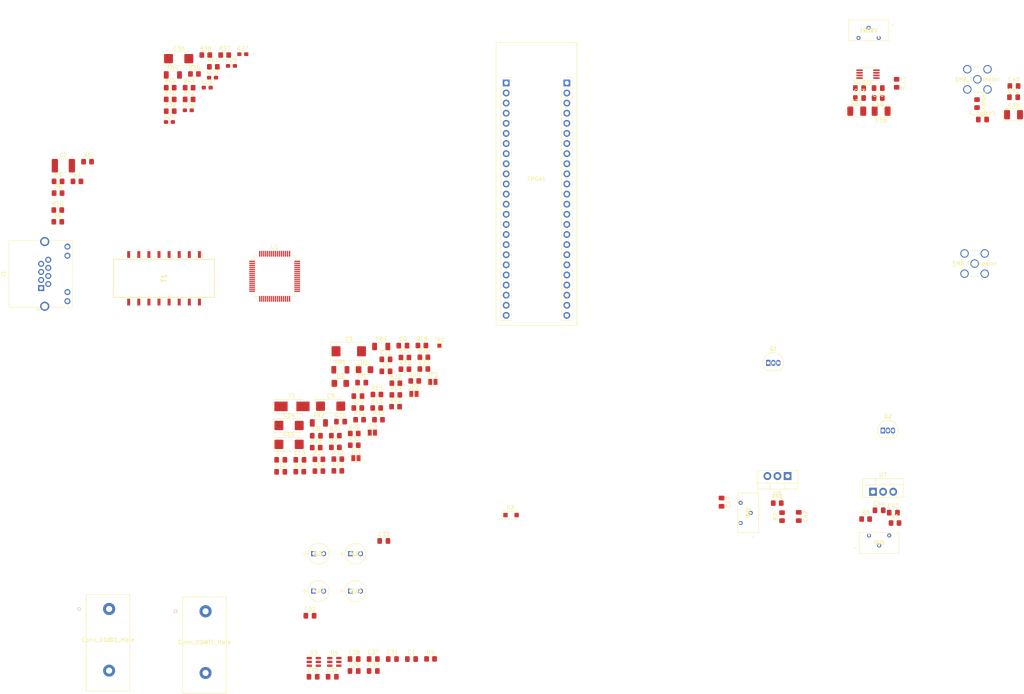
<source format=kicad_pcb>
(kicad_pcb (version 20211014) (generator pcbnew)
  (title_block (title "Ethernet to Free Space Optical Transceiver") (date "2023-03-10") (rev "0"))
  (layers (0 "F.Cu" signal) (31 "B.Cu" signal) (34 "B.Paste" user) (35 "F.Paste" user) (36 "B.SilkS" user "B.Silkscreen") (37 "F.SilkS" user "F.Silkscreen") (38 "B.Mask" user) (39 "F.Mask" user) (44 "Edge.Cuts" user))
  (net 0 "")
  (net 1 "+12V")
  (net 2 "GND")
  (net 3 "Net-(C2-Pad1)")
  (net 4 "PHY-AVSS")
  (net 5 "+3V3")
  (net 6 "PHY-VDD")
  (net 7 "Net-(C5-Pad1)")
  (net 8 "Net-(C7-Pad1)")
  (net 9 "PHY-AVDD")
  (net 10 "PHY-VREG")
  (net 11 "+5V")
  (net 12 "Net-(C24-Pad1)")
  (net 13 "MAG-RXn")
  (net 14 "Net-(C25-Pad2)")
  (net 15 "Net-(C26-Pad1)")
  (net 16 "MAG-RXp")
  (net 17 "Net-(C27-Pad2)")
  (net 18 "Net-(C28-Pad1)")
  (net 19 "Net-(C29-Pad1)")
  (net 20 "Net-(C32-Pad1)")
  (net 21 "Net-(C33-Pad1)")
  (net 22 "Net-(C33-Pad2)")
  (net 23 "Net-(C34-Pad1)")
  (net 24 "Net-(C34-Pad2)")
  (net 25 "/laser/High volt")
  (net 26 "/laser/Low volt")
  (net 27 "Net-(C45-Pad1)")
  (net 28 "Net-(C_noise1-Pad1)")
  (net 29 "Net-(D1-Pad1)")
  (net 30 "PHY-AD0")
  (net 31 "Net-(D2-Pad1)")
  (net 32 "PHY-AD3")
  (net 33 "Net-(D3-Pad1)")
  (net 34 "ETH-TXp")
  (net 35 "ETH-TXn")
  (net 36 "ETH-RXp")
  (net 37 "Net-(J1-Pad4)")
  (net 38 "Net-(J1-Pad5)")
  (net 39 "ETH-RXn")
  (net 40 "Net-(J1-Pad7)")
  (net 41 "Net-(J1-Pad8)")
  (net 42 "ETH-L1N")
  (net 43 "ETH-L1P")
  (net 44 "ETH-L2N")
  (net 45 "ETH-L2P")
  (net 46 "Net-(J3-Pad1)")
  (net 47 "Receiver_Output")
  (net 48 "Net-(JP1-Pad1)")
  (net 49 "Net-(JP1-Pad2)")
  (net 50 "Net-(JP2-Pad1)")
  (net 51 "Net-(JP2-Pad2)")
  (net 52 "Net-(JP3-Pad1)")
  (net 53 "Net-(JP3-Pad2)")
  (net 54 "Net-(JP4-Pad1)")
  (net 55 "Net-(JP4-Pad2)")
  (net 56 "FPGA_TXp")
  (net 57 "FPGA_TXn")
  (net 58 "Net-(R1-Pad1)")
  (net 59 "Net-(R5-Pad2)")
  (net 60 "Net-(R10-Pad1)")
  (net 61 "PHY-RXD3")
  (net 62 "Net-(R16-Pad2)")
  (net 63 "Net-(R18-Pad2)")
  (net 64 "PHY-RXD2")
  (net 65 "Net-(R19-Pad2)")
  (net 66 "Net-(R20-Pad2)")
  (net 67 "PHY-RXD1")
  (net 68 "Net-(R21-Pad2)")
  (net 69 "Net-(R22-Pad2)")
  (net 70 "PHY-MDIO")
  (net 71 "Net-(R23-Pad2)")
  (net 72 "PHY-RXD0")
  (net 73 "Net-(R24-Pad2)")
  (net 74 "Net-(R25-Pad1)")
  (net 75 "PHY-CRS")
  (net 76 "Net-(R26-Pad1)")
  (net 77 "PHY-TX_CLK")
  (net 78 "PHY-RX_ER")
  (net 79 "Net-(R27-Pad2)")
  (net 80 "Net-(R28-Pad1)")
  (net 81 "Net-(R29-Pad1)")
  (net 82 "PHY-COL")
  (net 83 "PHY-RX_CLK")
  (net 84 "Net-(R30-Pad2)")
  (net 85 "PHY-RX_DV")
  (net 86 "Net-(R32-Pad2)")
  (net 87 "Net-(R38-Pad1)")
  (net 88 "Net-(R41-Pad2)")
  (net 89 "MAG-TXn")
  (net 90 "MAG-TXp")
  (net 91 "Net-(R46-Pad1)")
  (net 92 "/Comparator/trigger_voltage")
  (net 93 "Net-(RV2-Pad2)")
  (net 94 "Net-(RV3-Pad2)")
  (net 95 "Net-(TP1-Pad1)")
  (net 101 "PHY-MDC")
  (net 102 "PHY-TX_ER")
  (net 103 "PHY-TX_EN")
  (net 104 "PHY-TXD0")
  (net 105 "PHY-TXD1")
  (net 106 "PHY-TXD2")
  (net 107 "PHY-TXD3")
  (net 112 "Comparator_Output")
  (net 142 "Net-(Q1-Pad3)")
  (footprint "Trimmer:T93YB104KT20" (layer "F.Cu") (at 233.86 155.71075)
    (fp_text reference "RV3" (at 2.54 1.902) (layer "F.SilkS"))
    (fp_text value "1K" (at 2.54 1.902) (layer "F.SilkS"))
    (fp_text user "*" (at 0 0) (layer "F.SilkS"))
    (pad "1" thru_hole circle locked (at 0 0) (size 1.016 1.016) (drill 0.508) (layers *.Cu *.Mask) (net 2 "GND"))
    (pad "2" thru_hole circle locked (at 2.54 2.54) (size 1.016 1.016) (drill 0.508) (layers *.Cu *.Mask) (net 94 "Net-(RV3-Pad2)"))
    (pad "3" thru_hole circle locked (at 5.08 0) (size 1.016 1.016) (drill 0.508) (layers *.Cu *.Mask) (net 58 "Net-(R1-Pad1)"))
  )
  (footprint "Trimmer:T93YB104KT20" (layer "F.Cu") (at 236.3 30.7 180)
    (fp_text reference "RV1" (at 2.54 1.902) (layer "F.SilkS"))
    (fp_text value "10kRV" (at 2.54 1.902) (layer "F.SilkS"))
    (fp_text user "*" (at 0 0) (layer "F.SilkS"))
    (pad "1" thru_hole circle locked (at 0 0 180) (size 1.016 1.016) (drill 0.508) (layers *.Cu *.Mask) (net 11 "+5V"))
    (pad "2" thru_hole circle locked (at 2.54 2.54 180) (size 1.016 1.016) (drill 0.508) (layers *.Cu *.Mask) (net 92 "/Comparator/trigger_voltage"))
    (pad "3" thru_hole circle locked (at 5.08 0 180) (size 1.016 1.016) (drill 0.508) (layers *.Cu *.Mask) (net 2 "GND"))
  )
  (footprint "Resistor_SMD:R_0805_2012Metric_Pad1.20x1.40mm_HandSolder" (layer "F.Cu") (at 95.62 139.55)
    (fp_text reference "R16" (at 0 -1.65) (layer "F.SilkS"))
    (fp_text value "47R")
    (pad "1" smd roundrect (at -1 0) (size 1.2 1.4) (layers "F.Cu" "F.Paste" "F.Mask") (roundrect_rratio 0.208333) (net 61 "PHY-RXD3"))
    (pad "2" smd roundrect (at 1 0) (size 1.2 1.4) (layers "F.Cu" "F.Paste" "F.Mask") (roundrect_rratio 0.208333) (net 62 "Net-(R16-Pad2)"))
  )
  (footprint "Diode_SMD:D_SOD-123F" (layer "F.Cu") (at 143.9 150.6)
    (fp_text reference "D3" (at -0.127 -1.905) (layer "F.SilkS"))
    (fp_text value "D_Schottky")
    (pad "1" smd rect (at -1.4 0) (size 1.1 1.1) (layers "F.Cu" "F.Paste" "F.Mask") (net 33 "Net-(D3-Pad1)"))
    (pad "2" smd rect (at 1.4 0) (size 1.1 1.1) (layers "F.Cu" "F.Paste" "F.Mask") (net 11 "+5V"))
  )
  (footprint "Resistor_SMD:R_0805_2012Metric_Pad1.20x1.40mm_HandSolder" (layer "F.Cu") (at 58.25 49.1)
    (fp_text reference "R39" (at 0 -1.65) (layer "F.SilkS"))
    (fp_text value "150R")
    (pad "1" smd roundrect (at -1 0) (size 1.2 1.4) (layers "F.Cu" "F.Paste" "F.Mask") (roundrect_rratio 0.208333) (net 39 "ETH-RXn"))
    (pad "2" smd roundrect (at 1 0) (size 1.2 1.4) (layers "F.Cu" "F.Paste" "F.Mask") (roundrect_rratio 0.208333) (net 15 "Net-(C26-Pad1)"))
  )
  (footprint "Resistor_SMD:R_0805_2012Metric_Pad1.20x1.40mm_HandSolder" (layer "F.Cu") (at 99.75 133.59)
    (fp_text reference "R27" (at 0 -1.65) (layer "F.SilkS"))
    (fp_text value "47R")
    (pad "1" smd roundrect (at -1 0) (size 1.2 1.4) (layers "F.Cu" "F.Paste" "F.Mask") (roundrect_rratio 0.208333) (net 78 "PHY-RX_ER"))
    (pad "2" smd roundrect (at 1 0) (size 1.2 1.4) (layers "F.Cu" "F.Paste" "F.Mask") (roundrect_rratio 0.208333) (net 79 "Net-(R27-Pad2)"))
  )
  (footprint "Capacitor_Tantalum_SMD:CP_EIA-7343-15_Kemet-W_Pad2.25x2.55mm_HandSolder" (layer "F.Cu") (at 103.12 109.44)
    (fp_text reference "C3" (at 0 -3.1) (layer "F.SilkS"))
    (fp_text value "10u")
    (pad "1" smd roundrect (at -3.2 0) (size 2.25 2.55) (layers "F.Cu" "F.Paste" "F.Mask") (roundrect_rratio 0.111111) (net 5 "+3V3"))
    (pad "2" smd roundrect (at 3.2 0) (size 2.25 2.55) (layers "F.Cu" "F.Paste" "F.Mask") (roundrect_rratio 0.111111) (net 2 "GND"))
  )
  (footprint "LED_SMD:LED_1206_3216Metric_Pad1.42x1.75mm_HandSolder" (layer "F.Cu") (at 107.085 114.06)
    (fp_text reference "D1" (at 0 -1.82) (layer "F.SilkS"))
    (fp_text value "Yellow LED")
    (pad "1" smd roundrect (at -1.4875 0) (size 1.425 1.75) (layers "F.Cu" "F.Paste" "F.Mask") (roundrect_rratio 0.175439) (net 29 "Net-(D1-Pad1)"))
    (pad "2" smd roundrect (at 1.4875 0) (size 1.425 1.75) (layers "F.Cu" "F.Paste" "F.Mask") (roundrect_rratio 0.175439) (net 30 "PHY-AD0"))
  )
  (footprint "Resistor_SMD:R_0805_2012Metric_Pad1.20x1.40mm_HandSolder" (layer "F.Cu") (at 104.5 130.1)
    (fp_text reference "R29" (at 0 -1.65) (layer "F.SilkS"))
    (fp_text value "47R")
    (pad "1" smd roundrect (at -1 0) (size 1.2 1.4) (layers "F.Cu" "F.Paste" "F.Mask") (roundrect_rratio 0.208333) (net 81 "Net-(R29-Pad1)"))
    (pad "2" smd roundrect (at 1 0) (size 1.2 1.4) (layers "F.Cu" "F.Paste" "F.Mask") (roundrect_rratio 0.208333) (net 82 "PHY-COL"))
  )
  (footprint "Inductor_SMD:L_1206_3216Metric_Pad1.22x1.90mm_HandSolder" (layer "F.Cu") (at 111.27 108.24)
    (fp_text reference "FB3" (at 0 -1.9) (layer "F.SilkS"))
    (fp_text value "FerriteBead")
    (pad "1" smd roundrect (at -1.6625 0) (size 1.225 1.9) (layers "F.Cu" "F.Paste" "F.Mask") (roundrect_rratio 0.204082) (net 5 "+3V3"))
    (pad "2" smd roundrect (at 1.6625 0) (size 1.225 1.9) (layers "F.Cu" "F.Paste" "F.Mask") (roundrect_rratio 0.204082) (net 10 "PHY-VREG"))
  )
  (footprint "Capacitor_SMD:C_0805_2012Metric_Pad1.18x1.45mm_HandSolder" (layer "F.Cu") (at 196.8 147.3625 -90)
    (fp_text reference "C17" (at 0 -1.68 90) (layer "F.SilkS"))
    (fp_text value "100n")
    (pad "1" smd roundrect (at -1.0375 0 270) (size 1.175 1.45) (layers "F.Cu" "F.Paste" "F.Mask") (roundrect_rratio 0.212766) (net 1 "+12V"))
    (pad "2" smd roundrect (at 1.0375 0 270) (size 1.175 1.45) (layers "F.Cu" "F.Paste" "F.Mask") (roundrect_rratio 0.212766) (net 2 "GND"))
  )
  (footprint "Resistor_SMD:R_0805_2012Metric_Pad1.20x1.40mm_HandSolder" (layer "F.Cu") (at 210.8 147.6)
    (fp_text reference "R46" (at 0 -1.65) (layer "F.SilkS"))
    (fp_text value "160")
    (pad "1" smd roundrect (at -1 0) (size 1.2 1.4) (layers "F.Cu" "F.Paste" "F.Mask") (roundrect_rratio 0.208333) (net 91 "Net-(R46-Pad1)"))
    (pad "2" smd roundrect (at 1 0) (size 1.2 1.4) (layers "F.Cu" "F.Paste" "F.Mask") (roundrect_rratio 0.208333) (net 25 "/laser/High volt"))
  )
  (footprint "Resistor_SMD:R_0805_2012Metric_Pad1.20x1.40mm_HandSolder" (layer "F.Cu") (at 119.7 116.9)
    (fp_text reference "R26" (at 0 -1.65) (layer "F.SilkS"))
    (fp_text value "47R")
    (pad "1" smd roundrect (at -1 0) (size 1.2 1.4) (layers "F.Cu" "F.Paste" "F.Mask") (roundrect_rratio 0.208333) (net 76 "Net-(R26-Pad1)"))
    (pad "2" smd roundrect (at 1 0) (size 1.2 1.4) (layers "F.Cu" "F.Paste" "F.Mask") (roundrect_rratio 0.208333) (net 77 "PHY-TX_CLK"))
  )
  (footprint "Capacitor_SMD:C_0805_2012Metric_Pad1.18x1.45mm_HandSolder" (layer "F.Cu") (at 216.2 150.9625 -90)
    (fp_text reference "C42" (at 0 -1.68 90) (layer "F.SilkS"))
    (fp_text value "100n")
    (pad "1" smd roundrect (at -1.0375 0 270) (size 1.175 1.45) (layers "F.Cu" "F.Paste" "F.Mask") (roundrect_rratio 0.212766) (net 25 "/laser/High volt"))
    (pad "2" smd roundrect (at 1.0375 0 270) (size 1.175 1.45) (layers "F.Cu" "F.Paste" "F.Mask") (roundrect_rratio 0.212766) (net 2 "GND"))
  )
  (footprint "Resistor_SMD:R_0805_2012Metric_Pad1.20x1.40mm_HandSolder" (layer "F.Cu") (at 212 151 90)
    (fp_text reference "R2" (at 0 -1.65 90) (layer "F.SilkS"))
    (fp_text value "120")
    (pad "1" smd roundrect (at -1 0 90) (size 1.2 1.4) (layers "F.Cu" "F.Paste" "F.Mask") (roundrect_rratio 0.208333) (net 2 "GND"))
    (pad "2" smd roundrect (at 1 0 90) (size 1.2 1.4) (layers "F.Cu" "F.Paste" "F.Mask") (roundrect_rratio 0.208333) (net 25 "/laser/High volt"))
  )
  (footprint "Resistor_SMD:R_0805_2012Metric_Pad1.20x1.40mm_HandSolder" (layer "F.Cu") (at 63 46.15)
    (fp_text reference "R42" (at 0 -1.65) (layer "F.SilkS"))
    (fp_text value "10R")
    (pad "1" smd roundrect (at -1 0) (size 1.2 1.4) (layers "F.Cu" "F.Paste" "F.Mask") (roundrect_rratio 0.208333) (net 19 "Net-(C29-Pad1)"))
    (pad "2" smd roundrect (at 1 0) (size 1.2 1.4) (layers "F.Cu" "F.Paste" "F.Mask") (roundrect_rratio 0.208333) (net 18 "Net-(C28-Pad1)"))
  )
  (footprint "Capacitor_SMD:C_0603_1608Metric_Pad1.08x0.95mm_HandSolder" (layer "F.Cu") (at 73.64 37.73)
    (fp_text reference "C25" (at 0 -1.43) (layer "F.SilkS"))
    (fp_text value "6u8")
    (pad "1" smd roundrect (at -0.8625 0) (size 1.075 0.95) (layers "F.Cu" "F.Paste" "F.Mask") (net 13 "MAG-RXn"))
    (pad "2" smd roundrect (at 0.8625 0) (size 1.075 0.95) (layers "F.Cu" "F.Paste" "F.Mask") (net 14 "Net-(C25-Pad2)"))
  )
  (footprint "Pulse Transformer:SOP254P1270X597-16N" (layer "F.Cu") (at 56.7 91.1 -90)
    (fp_text reference "T1" (at 0 0 90) (layer "F.SilkS") (effects (font (size 1.27 1.27) (thickness 0.254))))
    (fp_text value "S558-5999-46-F" hide)
    (pad "1" smd rect locked (at -5.975 -8.89) (size 0.75 1.7) (layers "F.Cu" "F.Paste" "F.Mask") (net 17 "Net-(C27-Pad2)"))
    (pad "2" smd rect locked (at -5.975 -6.35) (size 0.75 1.7) (layers "F.Cu" "F.Paste" "F.Mask") (net 14 "Net-(C25-Pad2)"))
    (pad "3" smd rect locked (at -5.975 -3.81) (size 0.75 1.7) (layers "F.Cu" "F.Paste" "F.Mask") (net 12 "Net-(C24-Pad1)"))
    (pad "4" smd rect locked (at -5.975 -1.27) (size 0.75 1.7) (layers "F.Cu" "F.Paste" "F.Mask"))
    (pad "5" smd rect locked (at -5.975 1.27) (size 0.75 1.7) (layers "F.Cu" "F.Paste" "F.Mask") (net 87 "Net-(R38-Pad1)"))
    (pad "6" smd rect locked (at -5.975 3.81) (size 0.75 1.7) (layers "F.Cu" "F.Paste" "F.Mask") (net 39 "ETH-RXn"))
    (pad "7" smd rect locked (at -5.975 6.35) (size 0.75 1.7) (layers "F.Cu" "F.Paste" "F.Mask") (net 36 "ETH-RXp"))
    (pad "8" smd rect locked (at -5.975 8.89) (size 0.75 1.7) (layers "F.Cu" "F.Paste" "F.Mask"))
    (pad "9" smd rect locked (at 5.975 8.89) (size 0.75 1.7) (layers "F.Cu" "F.Paste" "F.Mask"))
    (pad "10" smd rect locked (at 5.975 6.35) (size 0.75 1.7) (layers "F.Cu" "F.Paste" "F.Mask") (net 34 "ETH-TXp"))
    (pad "11" smd rect locked (at 5.975 3.81) (size 0.75 1.7) (layers "F.Cu" "F.Paste" "F.Mask") (net 35 "ETH-TXn"))
    (pad "12" smd rect locked (at 5.975 1.27) (size 0.75 1.7) (layers "F.Cu" "F.Paste" "F.Mask") (net 88 "Net-(R41-Pad2)"))
    (pad "13" smd rect locked (at 5.975 -1.27) (size 0.75 1.7) (layers "F.Cu" "F.Paste" "F.Mask"))
    (pad "14" smd rect locked (at 5.975 -3.81) (size 0.75 1.7) (layers "F.Cu" "F.Paste" "F.Mask") (net 18 "Net-(C28-Pad1)"))
    (pad "15" smd rect locked (at 5.975 -6.35) (size 0.75 1.7) (layers "F.Cu" "F.Paste" "F.Mask") (net 89 "MAG-TXn"))
    (pad "16" smd rect locked (at 5.975 -8.89) (size 0.75 1.7) (layers "F.Cu" "F.Paste" "F.Mask") (net 90 "MAG-TXp"))
  )
  (footprint "Capacitor_SMD:C_0805_2012Metric_Pad1.18x1.45mm_HandSolder" (layer "F.Cu") (at 86.03 139.73)
    (fp_text reference "C12" (at 0 -1.68) (layer "F.SilkS"))
    (fp_text value "100n")
    (pad "1" smd roundrect (at -1.0375 0) (size 1.175 1.45) (layers "F.Cu" "F.Paste" "F.Mask") (roundrect_rratio 0.212766) (net 9 "PHY-AVDD"))
    (pad "2" smd roundrect (at 1.0375 0) (size 1.175 1.45) (layers "F.Cu" "F.Paste" "F.Mask") (roundrect_rratio 0.212766) (net 2 "GND"))
  )
  (footprint "SMA Connector:733910070" (layer "F.Cu") (at 261.1 41.1)
    (fp_text reference "J5" (at 0 0) (layer "F.SilkS"))
    (fp_text value "SMA_Connector" (at 0 0) (layer "F.SilkS"))
    (fp_text user "*" (at 0 0) (layer "F.SilkS"))
    (pad "1" thru_hole circle locked (at 0 0) (size 2.1082 2.1082) (drill 1.6002) (layers *.Cu *.Mask) (net 28 "Net-(C_noise1-Pad1)"))
    (pad "2" thru_hole circle locked (at -2.54 -2.54) (size 2.1082 2.1082) (drill 1.6002) (layers *.Cu *.Mask) (net 47 "Receiver_Output"))
    (pad "3" thru_hole circle locked (at -2.54 2.54) (size 2.1082 2.1082) (drill 1.6002) (layers *.Cu *.Mask))
    (pad "4" thru_hole circle locked (at 2.54 2.54) (size 2.1082 2.1082) (drill 1.6002) (layers *.Cu *.Mask))
    (pad "5" thru_hole circle locked (at 2.54 -2.54) (size 2.1082 2.1082) (drill 1.6002) (layers *.Cu *.Mask))
  )
  (footprint "Resistor_SMD:R_0805_2012Metric_Pad1.20x1.40mm_HandSolder" (layer "F.Cu") (at 63 43.2)
    (fp_text reference "R43" (at 0 -1.65) (layer "F.SilkS"))
    (fp_text value "47R")
    (pad "1" smd roundrect (at -1 0) (size 1.2 1.4) (layers "F.Cu" "F.Paste" "F.Mask") (roundrect_rratio 0.208333) (net 19 "Net-(C29-Pad1)"))
    (pad "2" smd roundrect (at 1 0) (size 1.2 1.4) (layers "F.Cu" "F.Paste" "F.Mask") (roundrect_rratio 0.208333) (net 89 "MAG-TXn"))
  )
  (footprint "Capacitor_SMD:C_0805_2012Metric_Pad1.18x1.45mm_HandSolder" (layer "F.Cu") (at 98.97 191.23)
    (fp_text reference "C34" (at 0 -1.68) (layer "F.SilkS"))
    (fp_text value "100n")
    (pad "1" smd roundrect (at -1.0375 0) (size 1.175 1.45) (layers "F.Cu" "F.Paste" "F.Mask") (roundrect_rratio 0.212766) (net 23 "Net-(C34-Pad1)"))
    (pad "2" smd roundrect (at 1.0375 0) (size 1.175 1.45) (layers "F.Cu" "F.Paste" "F.Mask") (roundrect_rratio 0.212766) (net 24 "Net-(C34-Pad2)"))
  )
  (footprint "Resistor_SMD:R_0805_2012Metric_Pad1.20x1.40mm_HandSolder" (layer "F.Cu") (at 100.37 139.49)
    (fp_text reference "R24" (at 0 -1.65) (layer "F.SilkS"))
    (fp_text value "47R")
    (pad "1" smd roundrect (at -1 0) (size 1.2 1.4) (layers "F.Cu" "F.Paste" "F.Mask") (roundrect_rratio 0.208333) (net 72 "PHY-RXD0"))
    (pad "2" smd roundrect (at 1 0) (size 1.2 1.4) (layers "F.Cu" "F.Paste" "F.Mask") (roundrect_rratio 0.208333) (net 73 "Net-(R24-Pad2)"))
  )
  (footprint "Resistor_SMD:R_0805_2012Metric_Pad1.20x1.40mm_HandSolder" (layer "F.Cu") (at 71.94 35)
    (fp_text reference "R37" (at 0 -1.65) (layer "F.SilkS"))
    (fp_text value "47R")
    (pad "1" smd roundrect (at -1 0) (size 1.2 1.4) (layers "F.Cu" "F.Paste" "F.Mask") (roundrect_rratio 0.208333) (net 13 "MAG-RXn"))
    (pad "2" smd roundrect (at 1 0) (size 1.2 1.4) (layers "F.Cu" "F.Paste" "F.Mask") (roundrect_rratio 0.208333) (net 12 "Net-(C24-Pad1)"))
  )
  (footprint "Resistor_SMD:R_0805_2012Metric_Pad1.20x1.40mm_HandSolder" (layer "F.Cu") (at 105.84 126.64)
    (fp_text reference "R14" (at 0 -1.65) (layer "F.SilkS"))
    (fp_text value "56R")
    (pad "1" smd roundrect (at -1 0) (size 1.2 1.4) (layers "F.Cu" "F.Paste" "F.Mask") (roundrect_rratio 0.208333) (net 2 "GND"))
    (pad "2" smd roundrect (at 1 0) (size 1.2 1.4) (layers "F.Cu" "F.Paste" "F.Mask") (roundrect_rratio 0.208333) (net 50 "Net-(JP2-Pad1)"))
  )
  (footprint "Capacitor_SMD:C_0805_2012Metric_Pad1.18x1.45mm_HandSolder" (layer "F.Cu") (at 270.2875 42.8)
    (fp_text reference "C40" (at 0 -1.68) (layer "F.SilkS"))
    (fp_text value "100n")
    (pad "1" smd roundrect (at -1.0375 0) (size 1.175 1.45) (layers "F.Cu" "F.Paste" "F.Mask") (roundrect_rratio 0.212766) (net 11 "+5V"))
    (pad "2" smd roundrect (at 1.0375 0) (size 1.175 1.45) (layers "F.Cu" "F.Paste" "F.Mask") (roundrect_rratio 0.212766) (net 2 "GND"))
  )
  (footprint "Inductor_SMD:L_1206_3216Metric_Pad1.22x1.90mm_HandSolder" (layer "F.Cu") (at 58.92 40)
    (fp_text reference "FB4" (at 0 -1.9) (layer "F.SilkS"))
    (fp_text value "FerriteBead")
    (pad "1" smd roundrect (at -1.6625 0) (size 1.225 1.9) (layers "F.Cu" "F.Paste" "F.Mask") (roundrect_rratio 0.204082) (net 5 "+3V3"))
    (pad "2" smd roundrect (at 1.6625 0) (size 1.225 1.9) (layers "F.Cu" "F.Paste" "F.Mask") (roundrect_rratio 0.204082) (net 19 "Net-(C29-Pad1)"))
  )
  (footprint "Capacitor_SMD:C_0805_2012Metric_Pad1.18x1.45mm_HandSolder" (layer "F.Cu") (at 104.46 189.79)
    (fp_text reference "C36" (at 0 -1.68) (layer "F.SilkS"))
    (fp_text value "22u")
    (pad "1" smd roundrect (at -1.0375 0) (size 1.175 1.45) (layers "F.Cu" "F.Paste" "F.Mask") (roundrect_rratio 0.212766) (net 11 "+5V"))
    (pad "2" smd roundrect (at 1.0375 0) (size 1.175 1.45) (layers "F.Cu" "F.Paste" "F.Mask") (roundrect_rratio 0.212766) (net 2 "GND"))
  )
  (footprint "Capacitor_SMD:C_0603_1608Metric_Pad1.08x0.95mm_HandSolder" (layer "F.Cu") (at 67.55 43.19)
    (fp_text reference "C26" (at 0 -1.43) (layer "F.SilkS"))
    (fp_text value "1n")
    (pad "1" smd roundrect (at -0.8625 0) (size 1.075 0.95) (layers "F.Cu" "F.Paste" "F.Mask") (net 15 "Net-(C26-Pad1)"))
    (pad "2" smd roundrect (at 0.8625 0) (size 1.075 0.95) (layers "F.Cu" "F.Paste" "F.Mask") (net 4 "PHY-AVSS"))
  )
  (footprint "Resistor_SMD:R_0805_2012Metric_Pad1.20x1.40mm_HandSolder" (layer "F.Cu") (at 240.8 42.1 -90)
    (fp_text reference "R_L1" (at 0 -1.65 90) (layer "F.SilkS"))
    (fp_text value "68R")
    (pad "1" smd roundrect (at -1 0 270) (size 1.2 1.4) (layers "F.Cu" "F.Paste" "F.Mask") (roundrect_rratio 0.208333) (net 47 "Receiver_Output"))
    (pad "2" smd roundrect (at 1 0 270) (size 1.2 1.4) (layers "F.Cu" "F.Paste" "F.Mask") (roundrect_rratio 0.208333) (net 2 "GND"))
  )
  (footprint "Jumper:SolderJumper-2_P1.3mm_Open_Pad1.0x1.5mm" (layer "F.Cu") (at 124.25 117.14)
    (fp_text reference "JP3" (at 0 -1.8) (layer "F.SilkS"))
    (fp_text value "SolderJumper_2_Open")
    (pad "1" smd rect (at -0.65 0) (size 1 1.5) (layers "F.Cu" "F.Mask") (net 52 "Net-(JP3-Pad1)"))
    (pad "2" smd rect (at 0.65 0) (size 1 1.5) (layers "F.Cu" "F.Mask") (net 53 "Net-(JP3-Pad2)"))
  )
  (footprint "Capacitor_Tantalum_SMD:CP_EIA-6032-15_Kemet-U_Pad2.25x2.35mm_HandSolder" (layer "F.Cu") (at 88.12 128.09)
    (fp_text reference "C14" (at 0 -2.55) (layer "F.SilkS"))
    (fp_text value "3u3")
    (pad "1" smd roundrect (at -2.55 0) (size 2.25 2.35) (layers "F.Cu" "F.Paste" "F.Mask") (roundrect_rratio 0.111111) (net 9 "PHY-AVDD"))
    (pad "2" smd roundrect (at 2.55 0) (size 2.25 2.35) (layers "F.Cu" "F.Paste" "F.Mask") (roundrect_rratio 0.111111) (net 2 "GND"))
  )
  (footprint "Capacitor_SMD:C_0805_2012Metric_Pad1.18x1.45mm_HandSolder" (layer "F.Cu") (at 104.46 186.78)
    (fp_text reference "C38" (at 0 -1.68) (layer "F.SilkS"))
    (fp_text value "22u")
    (pad "1" smd roundrect (at -1.0375 0) (size 1.175 1.45) (layers "F.Cu" "F.Paste" "F.Mask") (roundrect_rratio 0.212766) (net 11 "+5V"))
    (pad "2" smd roundrect (at 1.0375 0) (size 1.175 1.45) (layers "F.Cu" "F.Paste" "F.Mask") (roundrect_rratio 0.212766) (net 2 "GND"))
  )
  (footprint "Capacitor_SMD:C_0805_2012Metric_Pad1.18x1.45mm_HandSolder" (layer "F.Cu") (at 116.72 108.02)
    (fp_text reference "C6" (at 0 -1.68) (layer "F.SilkS"))
    (fp_text value "100n")
    (pad "1" smd roundrect (at -1.0375 0) (size 1.175 1.45) (layers "F.Cu" "F.Paste" "F.Mask") (roundrect_rratio 0.212766) (net 6 "PHY-VDD"))
    (pad "2" smd roundrect (at 1.0375 0) (size 1.175 1.45) (layers "F.Cu" "F.Paste" "F.Mask") (roundrect_rratio 0.212766) (net 2 "GND"))
  )
  (footprint "Capacitor_SMD:C_0805_2012Metric_Pad1.18x1.45mm_HandSolder" (layer "F.Cu") (at 112.46 114.48)
    (fp_text reference "C4" (at 0 -1.68) (layer "F.SilkS"))
    (fp_text value "100n")
    (pad "1" smd roundrect (at -1.0375 0) (size 1.175 1.45) (layers "F.Cu" "F.Paste" "F.Mask") (roundrect_rratio 0.212766) (net 6 "PHY-VDD"))
    (pad "2" smd roundrect (at 1.0375 0) (size 1.175 1.45) (layers "F.Cu" "F.Paste" "F.Mask") (roundrect_rratio 0.212766) (net 2 "GND"))
  )
  (footprint "multicomp test connector:24.243.2" (layer "F.Cu") (at 67.137 174.7815)
    (fp_text reference "J4" (at -0.3 7.75) (layer "F.SilkS"))
    (fp_text value "Conn_01x01_Male" (at -0.3 7.75) (layer "F.SilkS"))
    (fp_text user "*" (at 0 0) (layer "F.SilkS"))
    (pad "1" thru_hole circle (at -0.000001 0) (size 3.048424 3.048424) (drill 1.5494) (layers *.Cu *.Mask) (net 2 "GND"))
    (pad "2" thru_hole circle (at -0.000001 15.5) (size 2.997226 2.997226) (drill 1.5494) (layers *.Cu *.Mask))
  )
  (footprint "Capacitor_SMD:C_0805_2012Metric_Pad1.18x1.45mm_HandSolder" (layer "F.Cu") (at 270.1875 45.6)
    (fp_text reference "C41" (at 0 -1.68) (layer "F.SilkS"))
    (fp_text value "100n")
    (pad "1" smd roundrect (at -1.0375 0) (size 1.175 1.45) (layers "F.Cu" "F.Paste" "F.Mask") (roundrect_rratio 0.212766) (net 11 "+5V"))
    (pad "2" smd roundrect (at 1.0375 0) (size 1.175 1.45) (layers "F.Cu" "F.Paste" "F.Mask") (roundrect_rratio 0.212766) (net 2 "GND"))
  )
  (footprint "Capacitor_SMD:C_0805_2012Metric_Pad1.18x1.45mm_HandSolder" (layer "F.Cu") (at 105.42 120.71)
    (fp_text reference "C15" (at 0 -1.68) (layer "F.SilkS"))
    (fp_text value "100n")
    (pad "1" smd roundrect (at -1.0375 0) (size 1.175 1.45) (layers "F.Cu" "F.Paste" "F.Mask") (roundrect_rratio 0.212766) (net 10 "PHY-VREG"))
    (pad "2" smd roundrect (at 1.0375 0) (size 1.175 1.45) (layers "F.Cu" "F.Paste" "F.Mask") (roundrect_rratio 0.212766) (net 2 "GND"))
  )
  (footprint "Resistor_SMD:R_0805_2012Metric_Pad1.20x1.40mm_HandSolder" (layer "F.Cu") (at 69.09 37.95)
    (fp_text reference "R41" (at 0 -1.65) (layer "F.SilkS"))
    (fp_text value "82R")
    (pad "1" smd roundrect (at -1 0) (size 1.2 1.4) (layers "F.Cu" "F.Paste" "F.Mask") (roundrect_rratio 0.208333) (net 15 "Net-(C26-Pad1)"))
    (pad "2" smd roundrect (at 1 0) (size 1.2 1.4) (layers "F.Cu" "F.Paste" "F.Mask") (roundrect_rratio 0.208333) (net 88 "Net-(R41-Pad2)"))
  )
  (footprint "Capacitor_Tantalum_SMD:CP_EIA-3528-15_AVX-H_Pad1.50x2.35mm_HandSolder" (layer "F.Cu") (at 236.9 49.1 180)
    (fp_text reference "C18" (at 0 -2.35) (layer "F.SilkS"))
    (fp_text value "2u2")
    (pad "1" smd roundrect (at -1.625 0 180) (size 1.5 2.35) (layers "F.Cu" "F.Paste" "F.Mask") (roundrect_rratio 0.166667) (net 11 "+5V"))
    (pad "2" smd roundrect (at 1.625 0 180) (size 1.5 2.35) (layers "F.Cu" "F.Paste" "F.Mask") (roundrect_rratio 0.166667) (net 2 "GND"))
  )
  (footprint "Capacitor_Tantalum_SMD:CP_EIA-3528-15_AVX-H_Pad1.50x2.35mm_HandSolder" (layer "F.Cu") (at 230.775 49.1)
    (fp_text reference "C21" (at 0 -2.35) (layer "F.SilkS"))
    (fp_text value "2u2")
    (pad "1" smd roundrect (at -1.625 0) (size 1.5 2.35) (layers "F.Cu" "F.Paste" "F.Mask") (roundrect_rratio 0.166667) (net 5 "+3V3"))
    (pad "2" smd roundrect (at 1.625 0) (size 1.5 2.35) (layers "F.Cu" "F.Paste" "F.Mask") (roundrect_rratio 0.166667) (net 2 "GND"))
  )
  (footprint "Resistor_SMD:R_0805_2012Metric_Pad1.20x1.40mm_HandSolder" (layer "F.Cu") (at 30.07 69.7)
    (fp_text reference "R8" (at 0 -1.65) (layer "F.SilkS"))
    (fp_text value "47R")
    (pad "1" smd roundrect (at -1 0) (size 1.2 1.4) (layers "F.Cu" "F.Paste" "F.Mask") (roundrect_rratio 0.208333) (net 38 "Net-(J1-Pad5)"))
    (pad "2" smd roundrect (at 1 0) (size 1.2 1.4) (layers "F.Cu" "F.Paste" "F.Mask") (roundrect_rratio 0.208333) (net 60 "Net-(R10-Pad1)"))
  )
  (footprint "Capacitor_SMD:C_0805_2012Metric_Pad1.18x1.45mm_HandSolder" (layer "F.Cu") (at 109.27 186.78)
    (fp_text reference "C37" (at 0 -1.68) (layer "F.SilkS"))
    (fp_text value "22u")
    (pad "1" smd roundrect (at -1.0375 0) (size 1.175 1.45) (layers "F.Cu" "F.Paste" "F.Mask") (roundrect_rratio 0.212766) (net 5 "+3V3"))
    (pad "2" smd roundrect (at 1.0375 0) (size 1.175 1.45) (layers "F.Cu" "F.Paste" "F.Mask") (roundrect_rratio 0.212766) (net 2 "GND"))
  )
  (footprint "Inductors:SBCP-47HY4R7B" (layer "F.Cu") (at 94.3 169.7)
    (fp_text reference "L4" (at 1.25 0) (layer "F.SilkS"))
    (fp_text value "4u7" (at 1.25 0) (layer "F.SilkS"))
    (fp_text user "*" (at 0 0) (layer "F.SilkS"))
    (pad "1" thru_hole rect locked (at 0 0) (size 1.27 1.27) (drill 0.762) (layers *.Cu *.Mask) (net 1 "+12V"))
    (pad "2" thru_hole circle locked (at 2.5 0) (size 1.27 1.27) (drill 0.762) (layers *.Cu *.Mask) (net 20 "Net-(C32-Pad1)"))
  )
  (footprint "Connector_RJ:RJ45_Amphenol_RJHSE538X" (layer "F.Cu") (at 25.825 93.56 90)
    (fp_text reference "J1" (at 3.56 -9.5 90) (layer "F.SilkS"))
    (fp_text value "RJ45_LED_Shielded")
    (pad "" np_thru_hole circle (at -2.79 -2.54 90) (size 3.25 3.25) (drill 3.25) (layers *.Cu *.Mask))
    (pad "" np_thru_hole circle (at 9.91 -2.54 90) (size 3.25 3.25) (drill 3.25) (layers *.Cu *.Mask))
    (pad "1" thru_hole rect (at 0 0 90) (size 1.5 1.5) (drill 0.89) (layers *.Cu *.Mask) (net 34 "ETH-TXp"))
    (pad "2" thru_hole circle (at 1.016 1.78 90) (size 1.5 1.5) (drill 0.89) (layers *.Cu *.Mask) (net 35 "ETH-TXn"))
    (pad "3" thru_hole circle (at 2.032 0 90) (size 1.5 1.5) (drill 0.89) (layers *.Cu *.Mask) (net 36 "ETH-RXp"))
    (pad "4" thru_hole circle (at 3.048 1.78 90) (size 1.5 1.5) (drill 0.89) (layers *.Cu *.Mask) (net 37 "Net-(J1-Pad4)"))
    (pad "5" thru_hole circle (at 4.064 0 90) (size 1.5 1.5) (drill 0.89) (layers *.Cu *.Mask) (net 38 "Net-(J1-Pad5)"))
    (pad "6" thru_hole circle (at 5.08 1.78 90) (size 1.5 1.5) (drill 0.89) (layers *.Cu *.Mask) (net 39 "ETH-RXn"))
    (pad "7" thru_hole circle (at 6.096 0 90) (size 1.5 1.5) (drill 0.89) (layers *.Cu *.Mask) (net 40 "Net-(J1-Pad7)"))
    (pad "8" thru_hole circle (at 7.112 1.78 90) (size 1.5 1.5) (drill 0.89) (layers *.Cu *.Mask) (net 41 "Net-(J1-Pad8)"))
    (pad "9" thru_hole circle (at -3.3 6.6 90) (size 1.5 1.5) (drill 0.89) (layers *.Cu *.Mask) (net 42 "ETH-L1N"))
    (pad "10" thru_hole circle (at -1.01 6.6 90) (size 1.5 1.5) (drill 0.89) (layers *.Cu *.Mask) (net 43 "ETH-L1P"))
    (pad "11" thru_hole circle (at 8.13 6.6 90) (size 1.5 1.5) (drill 0.89) (layers *.Cu *.Mask) (net 44 "ETH-L2N"))
    (pad "12" thru_hole circle (at 10.42 6.6 90) (size 1.5 1.5) (drill 0.89) (layers *.Cu *.Mask) (net 45 "ETH-L2P"))
    (pad "SH" thru_hole circle (at -4.57 0.89 90) (size 2.3 2.3) (drill 1.57) (layers *.Cu *.Mask) (net 4 "PHY-AVSS"))
    (pad "SH" thru_hole circle (at 11.69 0.89 90) (size 2.3 2.3) (drill 1.57) (layers *.Cu *.Mask) (net 4 "PHY-AVSS"))
  )
  (footprint "Resistor_SMD:R_0805_2012Metric_Pad1.20x1.40mm_HandSolder" (layer "F.Cu") (at 37.48 61.8)
    (fp_text reference "R5" (at 0 -1.65) (layer "F.SilkS"))
    (fp_text value "47R")
    (pad "1" smd roundrect (at -1 0) (size 1.2 1.4) (layers "F.Cu" "F.Paste" "F.Mask") (roundrect_rratio 0.208333) (net 40 "Net-(J1-Pad7)"))
    (pad "2" smd roundrect (at 1 0) (size 1.2 1.4) (layers "F.Cu" "F.Paste" "F.Mask") (roundrect_rratio 0.208333) (net 59 "Net-(R5-Pad2)"))
  )
  (footprint "Capacitor_SMD:C_0805_2012Metric_Pad1.18x1.45mm_HandSolder" (layer "F.Cu") (at 236.1625 45.8 180)
    (fp_text reference "C19" (at 0 -1.68) (layer "F.SilkS"))
    (fp_text value "100n")
    (pad "1" smd roundrect (at -1.0375 0 180) (size 1.175 1.45) (layers "F.Cu" "F.Paste" "F.Mask") (roundrect_rratio 0.212766) (net 11 "+5V"))
    (pad "2" smd roundrect (at 1.0375 0 180) (size 1.175 1.45) (layers "F.Cu" "F.Paste" "F.Mask") (roundrect_rratio 0.212766) (net 2 "GND"))
  )
  (footprint "Resistor_SMD:R_0805_2012Metric_Pad1.20x1.40mm_HandSolder" (layer "F.Cu") (at 114.95 120.41)
    (fp_text reference "R19" (at 0 -1.65) (layer "F.SilkS"))
    (fp_text value "47R")
    (pad "1" smd roundrect (at -1 0) (size 1.2 1.4) (layers "F.Cu" "F.Paste" "F.Mask") (roundrect_rratio 0.208333) (net 64 "PHY-RXD2"))
    (pad "2" smd roundrect (at 1 0) (size 1.2 1.4) (layers "F.Cu" "F.Paste" "F.Mask") (roundrect_rratio 0.208333) (net 65 "Net-(R19-Pad2)"))
  )
  (footprint "Capacitor_SMD:C_0805_2012Metric_Pad1.18x1.45mm_HandSolder" (layer "F.Cu") (at 109.27 189.79)
    (fp_text reference "C35" (at 0 -1.68) (layer "F.SilkS"))
    (fp_text value "22u")
    (pad "1" smd roundrect (at -1.0375 0) (size 1.175 1.45) (layers "F.Cu" "F.Paste" "F.Mask") (roundrect_rratio 0.212766) (net 5 "+3V3"))
    (pad "2" smd roundrect (at 1.0375 0) (size 1.175 1.45) (layers "F.Cu" "F.Paste" "F.Mask") (roundrect_rratio 0.212766) (net 2 "GND"))
  )
  (footprint "Resistor_SMD:R_0805_2012Metric_Pad1.20x1.40mm_HandSolder" (layer "F.Cu") (at 58.25 46.15)
    (fp_text reference "R40" (at 0 -1.65) (layer "F.SilkS"))
    (fp_text value "150R")
    (pad "1" smd roundrect (at -1 0) (size 1.2 1.4) (layers "F.Cu" "F.Paste" "F.Mask") (roundrect_rratio 0.208333) (net 36 "ETH-RXp"))
    (pad "2" smd roundrect (at 1 0) (size 1.2 1.4) (layers "F.Cu" "F.Paste" "F.Mask") (roundrect_rratio 0.208333) (net 15 "Net-(C26-Pad1)"))
  )
  (footprint "Resistor_SMD:R_0805_2012Metric_Pad1.20x1.40mm_HandSolder" (layer "F.Cu") (at 114.89 123.36)
    (fp_text reference "R21" (at 0 -1.65) (layer "F.SilkS"))
    (fp_text value "47R")
    (pad "1" smd roundrect (at -1 0) (size 1.2 1.4) (layers "F.Cu" "F.Paste" "F.Mask") (roundrect_rratio 0.208333) (net 67 "PHY-RXD1"))
    (pad "2" smd roundrect (at 1 0) (size 1.2 1.4) (layers "F.Cu" "F.Paste" "F.Mask") (roundrect_rratio 0.208333) (net 68 "Net-(R21-Pad2)"))
  )
  (footprint "Capacitor_SMD:C_0805_2012Metric_Pad1.18x1.45mm_HandSolder" (layer "F.Cu") (at 101.06 127.12)
    (fp_text reference "C10" (at 0 -1.68) (layer "F.SilkS"))
    (fp_text value "100n")
    (pad "1" smd roundrect (at -1.0375 0) (size 1.175 1.45) (layers "F.Cu" "F.Paste" "F.Mask") (roundrect_rratio 0.212766) (net 9 "PHY-AVDD"))
    (pad "2" smd roundrect (at 1.0375 0) (size 1.175 1.45) (layers "F.Cu" "F.Paste" "F.Mask") (roundrect_rratio 0.212766) (net 2 "GND"))
  )
  (footprint "Package_TO_SOT_SMD:TSOT-23-6" (layer "F.Cu") (at 94.33 187.5)
    (fp_text reference "U5" (at 0 -2.4) (layer "F.SilkS"))
    (fp_text value "AP63205WU")
    (pad "1" smd roundrect (at -1.1375 -0.95) (size 1.325 0.6) (layers "F.Cu" "F.Paste" "F.Mask") (net 11 "+5V"))
    (pad "2" smd roundrect (at -1.1375 0) (size 1.325 0.6) (layers "F.Cu" "F.Paste" "F.Mask") (net 20 "Net-(C32-Pad1)"))
    (pad "3" smd roundrect (at -1.1375 0.95) (size 1.325 0.6) (layers "F.Cu" "F.Paste" "F.Mask") (net 20 "Net-(C32-Pad1)"))
    (pad "4" smd roundrect (at 1.1375 0.95) (size 1.325 0.6) (layers "F.Cu" "F.Paste" "F.Mask") (net 2 "GND"))
    (pad "5" smd roundrect (at 1.1375 0) (size 1.325 0.6) (layers "F.Cu" "F.Paste" "F.Mask") (net 23 "Net-(C34-Pad1)"))
    (pad "6" smd roundrect (at 1.1375 -0.95) (size 1.325 0.6) (layers "F.Cu" "F.Paste" "F.Mask") (net 24 "Net-(C34-Pad2)"))
  )
  (footprint "Package_TO_SOT_THT:TO-92_Inline" (layer "F.Cu") (at 237.33 129.36)
    (fp_text reference "Q2" (at 1.27 -3.56) (layer "F.SilkS"))
    (fp_text value "BC547")
    (pad "1" thru_hole rect (at 0 0) (size 1.05 1.5) (drill 0.75) (layers *.Cu *.Mask) (net 26 "/laser/Low volt"))
    (pad "2" thru_hole oval (at 1.27 0) (size 1.05 1.5) (drill 0.75) (layers *.Cu *.Mask) (net 57 "FPGA_TXn"))
    (pad "3" thru_hole oval (at 2.54 0) (size 1.05 1.5) (drill 0.75) (layers *.Cu *.Mask) (net 142 "Net-(Q1-Pad3)"))
  )
  (footprint "Capacitor_SMD:C_0805_2012Metric_Pad1.18x1.45mm_HandSolder" (layer "F.Cu") (at 118.89 186.78)
    (fp_text reference "C1" (at 0 -1.68) (layer "F.SilkS"))
    (fp_text value "22u")
    (pad "1" smd roundrect (at -1.0375 0) (size 1.175 1.45) (layers "F.Cu" "F.Paste" "F.Mask") (roundrect_rratio 0.212766) (net 1 "+12V"))
    (pad "2" smd roundrect (at 1.0375 0) (size 1.175 1.45) (layers "F.Cu" "F.Paste" "F.Mask") (roundrect_rratio 0.212766) (net 2 "GND"))
  )
  (footprint "Capacitor_SMD:C_0805_2012Metric_Pad1.18x1.45mm_HandSolder" (layer "F.Cu") (at 94.16 191.23)
    (fp_text reference "C45" (at 0 -1.68) (layer "F.SilkS"))
    (fp_text value "22u")
    (pad "1" smd roundrect (at -1.0375 0) (size 1.175 1.45) (layers "F.Cu" "F.Paste" "F.Mask") (roundrect_rratio 0.212766) (net 27 "Net-(C45-Pad1)"))
    (pad "2" smd roundrect (at 1.0375 0) (size 1.175 1.45) (layers "F.Cu" "F.Paste" "F.Mask") (roundrect_rratio 0.212766) (net 2 "GND"))
  )
  (footprint "Resistor_SMD:R_0805_2012Metric_Pad1.20x1.40mm_HandSolder" (layer "F.Cu") (at 233 151.6)
    (fp_text reference "R3" (at 0 -1.65) (layer "F.SilkS"))
    (fp_text value "120")
    (pad "1" smd roundrect (at -1 0) (size 1.2 1.4) (layers "F.Cu" "F.Paste" "F.Mask") (roundrect_rratio 0.208333) (net 2 "GND"))
    (pad "2" smd roundrect (at 1 0) (size 1.2 1.4) (layers "F.Cu" "F.Paste" "F.Mask") (roundrect_rratio 0.208333) (net 26 "/laser/Low volt"))
  )
  (footprint "TestPoint:TestPoint_Pad_1.0x1.0mm" (layer "F.Cu") (at 125.89 108.04)
    (fp_text reference "TP1" (at 0 -1.448) (layer "F.SilkS"))
    (fp_text value "TestPoint")
    (pad "1" smd rect (at 0 0) (size 1 1) (layers "F.Cu" "F.Mask") (net 95 "Net-(TP1-Pad1)"))
  )
  (footprint "multicomp test connector:24.243.2" (layer "F.Cu") (at 42.900001 174.2)
    (fp_text reference "J2" (at -0.3 7.75) (layer "F.SilkS"))
    (fp_text value "Conn_01x01_Male" (at -0.3 7.75) (layer "F.SilkS"))
    (fp_text user "*" (at 0 0) (layer "F.SilkS"))
    (pad "1" thru_hole circle (at -0.000001 0) (size 3.048424 3.048424) (drill 1.5494) (layers *.Cu *.Mask) (net 1 "+12V"))
    (pad "2" thru_hole circle (at -0.000001 15.5) (size 2.997226 2.997226) (drill 1.5494) (layers *.Cu *.Mask))
  )
  (footprint "Inductors:SBCP-47HY3R9B" (layer "F.Cu") (at 94.3 160.3)
    (fp_text reference "L3" (at 1.25 0) (layer "F.SilkS"))
    (fp_text value "3u9" (at 1.25 0) (layer "F.SilkS"))
    (fp_text user "*" (at 0 0) (layer "F.SilkS"))
    (pad "1" thru_hole rect locked (at 0 0) (size 1.27 1.27) (drill 0.762) (layers *.Cu *.Mask) (net 1 "+12V"))
    (pad "2" thru_hole circle locked (at 2.5 0) (size 1.27 1.27) (drill 0.762) (layers *.Cu *.Mask) (net 27 "Net-(C45-Pad1)"))
  )
  (footprint "Capacitor_Tantalum_SMD:CP_EIA-6032-15_Kemet-U_Pad2.25x2.35mm_HandSolder" (layer "F.Cu") (at 88.12 132.84)
    (fp_text reference "C16" (at 0 -2.55) (layer "F.SilkS"))
    (fp_text value "3u3")
    (pad "1" smd roundrect (at -2.55 0) (size 2.25 2.35) (layers "F.Cu" "F.Paste" "F.Mask") (roundrect_rratio 0.111111) (net 10 "PHY-VREG"))
    (pad "2" smd roundrect (at 2.55 0) (size 2.25 2.35) (layers "F.Cu" "F.Paste" "F.Mask") (roundrect_rratio 0.111111) (net 2 "GND"))
  )
  (footprint "Resistor_SMD:R_0805_2012Metric_Pad1.20x1.40mm_HandSolder" (layer "F.Cu") (at 67.19 35)
    (fp_text reference "R38" (at 0 -1.65) (layer "F.SilkS"))
    (fp_text value "82R")
    (pad "1" smd roundrect (at -1 0) (size 1.2 1.4) (layers "F.Cu" "F.Paste" "F.Mask") (roundrect_rratio 0.208333) (net 87 "Net-(R38-Pad1)"))
    (pad "2" smd roundrect (at 1 0) (size 1.2 1.4) (layers "F.Cu" "F.Paste" "F.Mask") (roundrect_rratio 0.208333) (net 15 "Net-(C26-Pad1)"))
  )
  (footprint "Resistor_SMD:R_0805_2012Metric_Pad1.20x1.40mm_HandSolder" (layer "F.Cu") (at 123.67 186.75)
    (fp_text reference "R4" (at 0 -1.65) (layer "F.SilkS"))
    (fp_text value "0")
    (pad "1" smd roundrect (at -1 0) (size 1.2 1.4) (layers "F.Cu" "F.Paste" "F.Mask") (roundrect_rratio 0.208333) (net 2 "GND"))
    (pad "2" smd roundrect (at 1 0) (size 1.2 1.4) (layers "F.Cu" "F.Paste" "F.Mask") (roundrect_rratio 0.208333) (net 4 "PHY-AVSS"))
  )
  (footprint "Resistor_SMD:R_0805_2012Metric_Pad1.20x1.40mm_HandSolder" (layer "F.Cu") (at 30.07 66.75)
    (fp_text reference "R9" (at 0 -1.65) (layer "F.SilkS"))
    (fp_text value "47R")
    (pad "1" smd roundrect (at -1 0) (size 1.2 1.4) (layers "F.Cu" "F.Paste" "F.Mask") (roundrect_rratio 0.208333) (net 59 "Net-(R5-Pad2)"))
    (pad "2" smd roundrect (at 1 0) (size 1.2 1.4) (layers "F.Cu" "F.Paste" "F.Mask") (roundrect_rratio 0.208333) (net 3 "Net-(C2-Pad1)"))
  )
  (footprint "Resistor_SMD:R_0805_2012Metric_Pad1.20x1.40mm_HandSolder" (layer "F.Cu") (at 240.4 152.6)
    (fp_text reference "R1" (at 0 -1.65) (layer "F.SilkS"))
    (fp_text value "160")
    (pad "1" smd roundrect (at -1 0) (size 1.2 1.4) (layers "F.Cu" "F.Paste" "F.Mask") (roundrect_rratio 0.208333) (net 58 "Net-(R1-Pad1)"))
    (pad "2" smd roundrect (at 1 0) (size 1.2 1.4) (layers "F.Cu" "F.Paste" "F.Mask") (roundrect_rratio 0.208333) (net 26 "/laser/Low volt"))
  )
  (footprint "Capacitor_SMD:C_0805_2012Metric_Pad1.18x1.45mm_HandSolder" (layer "F.Cu") (at 239.9625 150)
    (fp_text reference "C43" (at 0 -1.68) (layer "F.SilkS"))
    (fp_text value "100n")
    (pad "1" smd roundrect (at -1.0375 0) (size 1.175 1.45) (layers "F.Cu" "F.Paste" "F.Mask") (roundrect_rratio 0.212766) (net 1 "+12V"))
    (pad "2" smd roundrect (at 1.0375 0) (size 1.175 1.45) (layers "F.Cu" "F.Paste" "F.Mask") (roundrect_rratio 0.212766) (net 2 "GND"))
  )
  (footprint "Inductor_SMD:L_1206_3216Metric_Pad1.22x1.90mm_HandSolder" (layer "F.Cu") (at 101.02 114.09)
    (fp_text reference "FB1" (at 0 -1.9) (layer "F.SilkS"))
    (fp_text value "FerriteBead")
    (pad "1" smd roundrect (at -1.6625 0) (size 1.225 1.9) (layers "F.Cu" "F.Paste" "F.Mask") (roundrect_rratio 0.204082) (net 5 "+3V3"))
    (pad "2" smd roundrect (at 1.6625 0) (size 1.225 1.9) (layers "F.Cu" "F.Paste" "F.Mask") (roundrect_rratio 0.204082) (net 6 "PHY-VDD"))
  )
  (footprint "Resistor_SMD:R_0805_2012Metric_Pad1.20x1.40mm_HandSolder" (layer "F.Cu") (at 104.5 133.05)
    (fp_text reference "R33" (at 0 -1.65) (layer "F.SilkS"))
    (fp_text value "330R")
    (pad "1" smd roundrect (at -1 0) (size 1.2 1.4) (layers "F.Cu" "F.Paste" "F.Mask") (roundrect_rratio 0.208333) (net 42 "ETH-L1N"))
    (pad "2" smd roundrect (at 1 0) (size 1.2 1.4) (layers "F.Cu" "F.Paste" "F.Mask") (roundrect_rratio 0.208333) (net 2 "GND"))
  )
  (footprint "Package_TO_SOT_THT:TO-220-3_Vertical" (layer "F.Cu") (at 213.4 140.8 180)
    (fp_text reference "U6" (at 2.54 -4.27) (layer "F.SilkS"))
    (fp_text value "LM317_TO-220")
    (pad "1" thru_hole rect (at 0 0 180) (size 1.905 2) (drill 1.1) (layers *.Cu *.Mask) (net 93 "Net-(RV2-Pad2)"))
    (pad "2" thru_hole oval (at 2.54 0 180) (size 1.905 2) (drill 1.1) (layers *.Cu *.Mask) (net 25 "/laser/High volt"))
    (pad "3" thru_hole oval (at 5.08 0 180) (size 1.905 2) (drill 1.1) (layers *.Cu *.Mask) (net 1 "+12V"))
  )
  (footprint "Package_TO_SOT_THT:TO-220-3_Vertical" (layer "F.Cu") (at 234.86 144.745)
    (fp_text reference "U7" (at 2.54 -4.27) (layer "F.SilkS"))
    (fp_text value "LM317_TO-220")
    (pad "1" thru_hole rect (at 0 0) (size 1.905 2) (drill 1.1) (layers *.Cu *.Mask) (net 94 "Net-(RV3-Pad2)"))
    (pad "2" thru_hole oval (at 2.54 0) (size 1.905 2) (drill 1.1) (layers *.Cu *.Mask) (net 26 "/laser/Low volt"))
    (pad "3" thru_hole oval (at 5.08 0) (size 1.905 2) (drill 1.1) (layers *.Cu *.Mask) (net 1 "+12V"))
  )
  (footprint "Capacitor_SMD:C_1812_4532Metric_Pad1.57x3.40mm_HandSolder" (layer "F.Cu") (at 31.4 62.8)
    (fp_text reference "C2" (at 0 -2.65) (layer "F.SilkS"))
    (fp_text value "1n")
    (pad "1" smd roundrect (at -2.1375 0) (size 1.575 3.4) (layers "F.Cu" "F.Paste" "F.Mask") (roundrect_rratio 0.15873) (net 3 "Net-(C2-Pad1)"))
    (pad "2" smd roundrect (at 2.1375 0) (size 1.575 3.4) (layers "F.Cu" "F.Paste" "F.Mask") (roundrect_rratio 0.15873) (net 4 "PHY-AVSS"))
  )
  (footprint "Resistor_SMD:R_0805_2012Metric_Pad1.20x1.40mm_HandSolder" (layer "F.Cu") (at 100.37 136.54)
    (fp_text reference "R12" (at 0 -1.65) (layer "F.SilkS"))
    (fp_text value "1M")
    (pad "1" smd roundrect (at -1 0) (size 1.2 1.4) (layers "F.Cu" "F.Paste" "F.Mask") (roundrect_rratio 0.208333) (net 7 "Net-(C5-Pad1)"))
    (pad "2" smd roundrect (at 1 0) (size 1.2 1.4) (layers "F.Cu" "F.Paste" "F.Mask") (roundrect_rratio 0.208333) (net 8 "Net-(C7-Pad1)"))
  )
  (footprint "Capacitor_SMD:C_0603_1608Metric_Pad1.08x0.95mm_HandSolder" (layer "F.Cu") (at 62.8 48.88)
    (fp_text reference "C28" (at 0 -1.43) (layer "F.SilkS"))
    (fp_text value "22n")
    (pad "1" smd roundrect (at -0.8625 0) (size 1.075 0.95) (layers "F.Cu" "F.Paste" "F.Mask") (net 18 "Net-(C28-Pad1)"))
    (pad "2" smd roundrect (at 0.8625 0) (size 1.075 0.95) (layers "F.Cu" "F.Paste" "F.Mask") (net 2 "GND"))
  )
  (footprint "Capacitor_Tantalum_SMD:CP_EIA-6032-15_Kemet-U_Pad2.25x2.35mm_HandSolder" (layer "F.Cu") (at 60.37 35.9)
    (fp_text reference "C30" (at 0 -2.55) (layer "F.SilkS"))
    (fp_text value "3u3")
    (pad "1" smd roundrect (at -2.55 0) (size 2.25 2.35) (layers "F.Cu" "F.Paste" "F.Mask") (roundrect_rratio 0.111111) (net 19 "Net-(C29-Pad1)"))
    (pad "2" smd roundrect (at 2.55 0) (size 2.25 2.35) (layers "F.Cu" "F.Paste" "F.Mask") (roundrect_rratio 0.111111) (net 2 "GND"))
  )
  (footprint "FPGA:FPGA" (layer "F.Cu") (at 142.68 42)
    (fp_text reference "FPGA1" (at 7.62 24.13) (layer "F.SilkS"))
    (fp_text value "Artix-7 Dev Board")
    (pad "1" thru_hole rect (at 0 0) (size 1.7 1.7) (drill 1) (layers *.Cu *.Mask) (net 70 "PHY-MDIO"))
    (pad "2" thru_hole oval (at 0 2.54) (size 1.7 1.7) (drill 1) (layers *.Cu *.Mask) (net 101 "PHY-MDC"))
    (pad "3" thru_hole oval (at 0 5.08) (size 1.7 1.7) (drill 1) (layers *.Cu *.Mask) (net 72 "PHY-RXD0"))
    (pad "4" thru_hole oval (at 0 7.62) (size 1.7 1.7) (drill 1) (layers *.Cu *.Mask) (net 67 "PHY-RXD1"))
    (pad "5" thru_hole oval (at 0 10.16) (size 1.7 1.7) (drill 1) (layers *.Cu *.Mask) (net 64 "PHY-RXD2"))
    (pad "6" thru_hole oval (at 0 12.7) (size 1.7 1.7) (drill 1) (layers *.Cu *.Mask) (net 61 "PHY-RXD3"))
    (pad "7" thru_hole oval (at 0 15.24) (size 1.7 1.7) (drill 1) (layers *.Cu *.Mask) (net 85 "PHY-RX_DV"))
    (pad "8" thru_hole oval (at 0 17.78) (size 1.7 1.7) (drill 1) (layers *.Cu *.Mask) (net 83 "PHY-RX_CLK"))
    (pad "9" thru_hole oval (at 0 20.32) (size 1.7 1.7) (drill 1) (layers *.Cu *.Mask) (net 78 "PHY-RX_ER"))
    (pad "10" thru_hole oval (at 0 22.86) (size 1.7 1.7) (drill 1) (layers *.Cu *.Mask) (net 102 "PHY-TX_ER"))
    (pad "11" thru_hole oval (at 0 25.4) (size 1.7 1.7) (drill 1) (layers *.Cu *.Mask) (net 77 "PHY-TX_CLK"))
    (pad "12" thru_hole oval (at 0 27.94) (size 1.7 1.7) (drill 1) (layers *.Cu *.Mask) (net 103 "PHY-TX_EN"))
    (pad "13" thru_hole oval (at 0 30.48) (size 1.7 1.7) (drill 1) (layers *.Cu *.Mask) (net 82 "PHY-COL"))
    (pad "14" thru_hole oval (at 0 33.02) (size 1.7 1.7) (drill 1) (layers *.Cu *.Mask) (net 75 "PHY-CRS"))
    (pad "15" thru_hole oval (at 0 35.56) (size 1.7 1.7) (drill 1) (layers *.Cu *.Mask))
    (pad "16" thru_hole oval (at 0 38.1) (size 1.7 1.7) (drill 1) (layers *.Cu *.Mask))
    (pad "17" thru_hole oval (at 0 40.64) (size 1.7 1.7) (drill 1) (layers *.Cu *.Mask) (net 104 "PHY-TXD0"))
    (pad "18" thru_hole oval (at 0 43.18) (size 1.7 1.7) (drill 1) (layers *.Cu *.Mask) (net 105 "PHY-TXD1"))
    (pad "19" thru_hole oval (at 0 45.72) (size 1.7 1.7) (drill 1) (layers *.Cu *.Mask) (net 106 "PHY-TXD2"))
    (pad "20" thru_hole oval (at 0 48.26) (size 1.7 1.7) (drill 1) (layers *.Cu *.Mask) (net 107 "PHY-TXD3"))
    (pad "21" thru_hole oval (at 0 50.8) (size 1.7 1.7) (drill 1) (layers *.Cu *.Mask))
    (pad "22" thru_hole oval (at 0 53.34) (size 1.7 1.7) (drill 1) (layers *.Cu *.Mask))
    (pad "23" thru_hole oval (at 0 55.88) (size 1.7 1.7) (drill 1) (layers *.Cu *.Mask))
    (pad "24" thru_hole oval (at 0 58.42) (size 1.7 1.7) (drill 1) (layers *.Cu *.Mask) (net 33 "Net-(D3-Pad1)"))
    (pad "25" thru_hole oval (at 15.24 58.42) (size 1.7 1.7) (drill 1) (layers *.Cu *.Mask) (net 2 "GND"))
    (pad "26" thru_hole oval (at 15.24 55.88) (size 1.7 1.7) (drill 1) (layers *.Cu *.Mask))
    (pad "27" thru_hole oval (at 15.24 53.34) (size 1.7 1.7) (drill 1) (layers *.Cu *.Mask))
    (pad "28" thru_hole oval (at 15.24 50.8) (size 1.7 1.7) (drill 1) (layers *.Cu *.Mask))
    (pad "29" thru_hole oval (at 15.24 48.26) (size 1.7 1.7) (drill 1) (layers *.Cu *.Mask))
    (pad "30" thru_hole oval (at 15.24 45.72) (size 1.7 1.7) (drill 1) (layers *.Cu *.Mask))
    (pad "31" thru_hole oval (at 15.24 43.18) (size 1.7 1.7) (drill 1) (layers *.Cu *.Mask))
    (pad "32" thru_hole oval (at 15.24 40.64) (size 1.7 1.7) (drill 1) (layers *.Cu *.Mask))
    (pad "33" thru_hole oval (at 15.24 38.1) (size 1.7 1.7) (drill 1) (layers *.Cu *.Mask))
    (pad "34" thru_hole oval (at 15.24 35.56) (size 1.7 1.7) (drill 1) (layers *.Cu *.Mask))
    (pad "35" thru_hole oval (at 15.24 33.02) (size 1.7 1.7) (drill 1) (layers *.Cu *.Mask) (net 57 "FPGA_TXn"))
    (pad "36" thru_hole oval (at 15.24 30.48) (size 1.7 1.7) (drill 1) (layers *.Cu *.Mask) (net 56 "FPGA_TXp"))
    (pad "37" thru_hole oval (at 15.24 27.94) (size 1.7 1.7) (drill 1) (layers *.Cu *.Mask))
    (pad "38" thru_hole oval (at 15.24 25.4) (size 1.7 1.7) (drill 1) (layers *.Cu *.Mask))
    (pad "39" thru_hole oval (at 15.24 22.86) (size 1.7 1.7) (drill 1) (layers *.Cu *.Mask) (net 112 "Comparator_Output"))
    (pad "40" thru_hole oval (at 15.24 20.32) (size 1.7 1.7) (drill 1) (layers *.Cu *.Mask))
    (pad "41" thru_hole oval (at 15.24 17.78) (size 1.7 1.7) (drill 1) (layers *.Cu *.Mask))
    (pad "42" thru_hole oval (at 15.24 15.24) (size 1.7 1.7) (drill 1) (layers *.Cu *.Mask))
    (pad "43" thru_hole oval (at 15.24 12.7) (size 1.7 1.7) (drill 1) (layers *.Cu *.Mask))
    (pad "44" thru_hole oval (at 15.24 10.16) (size 1.7 1.7) (drill 1) (layers *.Cu *.Mask))
    (pad "45" thru_hole oval (at 15.24 7.62) (size 1.7 1.7) (drill 1) (layers *.Cu *.Mask))
    (pad "46" thru_hole oval (at 15.24 5.08) (size 1.7 1.7) (drill 1) (layers *.Cu *.Mask))
    (pad "47" thru_hole oval (at 15.24 2.54) (size 1.7 1.7) (drill 1) (layers *.Cu *.Mask))
    (pad "48" thru_hole rect (at 15.24 0) (size 1.7 1.7) (drill 1) (layers *.Cu *.Mask))
  )
  (footprint "Package_SO:MSOP-8_3x3mm_P0.65mm" (layer "F.Cu") (at 233.6 39.8 180)
    (fp_text reference "U2" (at 0 -2.45) (layer "F.SilkS"))
    (fp_text value "ltc6752ims8-2-pbf")
    (pad "1" smd roundrect (at -2.1125 -0.975 180) (size 1.625 0.4) (layers "F.Cu" "F.Paste" "F.Mask") (net 11 "+5V"))
    (pad "2" smd roundrect (at -2.1125 -0.325 180) (size 1.625 0.4) (layers "F.Cu" "F.Paste" "F.Mask") (net 47 "Receiver_Output"))
    (pad "3" smd roundrect (at -2.1125 0.325 180) (size 1.625 0.4) (layers "F.Cu" "F.Paste" "F.Mask") (net 92 "/Comparator/trigger_voltage"))
    (pad "4" smd roundrect (at -2.1125 0.975 180) (size 1.625 0.4) (layers "F.Cu" "F.Paste" "F.Mask"))
    (pad "5" smd roundrect (at 2.1125 0.975 180) (size 1.625 0.4) (layers "F.Cu" "F.Paste" "F.Mask"))
    (pad "6" smd roundrect (at 2.1125 0.325 180) (size 1.625 0.4) (layers "F.Cu" "F.Paste" "F.Mask") (net 2 "GND"))
    (pad "7" smd roundrect (at 2.1125 -0.325 180) (size 1.625 0.4) (layers "F.Cu" "F.Paste" "F.Mask") (net 112 "Comparator_Output"))
    (pad "8" smd roundrect (at 2.1125 -0.975 180) (size 1.625 0.4) (layers "F.Cu" "F.Paste" "F.Mask") (net 5 "+3V3"))
  )
  (footprint "Capacitor_SMD:C_0805_2012Metric_Pad1.18x1.45mm_HandSolder" (layer "F.Cu") (at 114.08 186.78)
    (fp_text reference "C31" (at 0 -1.68) (layer "F.SilkS"))
    (fp_text value "22u")
    (pad "1" smd roundrect (at -1.0375 0) (size 1.175 1.45) (layers "F.Cu" "F.Paste" "F.Mask") (roundrect_rratio 0.212766) (net 1 "+12V"))
    (pad "2" smd roundrect (at 1.0375 0) (size 1.175 1.45) (layers "F.Cu" "F.Paste" "F.Mask") (roundrect_rratio 0.212766) (net 2 "GND"))
  )
  (footprint "Resistor_SMD:R_0805_2012Metric_Pad1.20x1.40mm_HandSolder" (layer "F.Cu") (at 34.82 66.75)
    (fp_text reference "R7" (at 0 -1.65) (layer "F.SilkS"))
    (fp_text value "47R")
    (pad "1" smd roundrect (at -1 0) (size 1.2 1.4) (layers "F.Cu" "F.Paste" "F.Mask") (roundrect_rratio 0.208333) (net 41 "Net-(J1-Pad8)"))
    (pad "2" smd roundrect (at 1 0) (size 1.2 1.4) (layers "F.Cu" "F.Paste" "F.Mask") (roundrect_rratio 0.208333) (net 59 "Net-(R5-Pad2)"))
  )
  (footprint "Resistor_SMD:R_0805_2012Metric_Pad1.20x1.40mm_HandSolder" (layer "F.Cu") (at 110.59 126.64)
    (fp_text reference "R32" (at 0 -1.65) (layer "F.SilkS"))
    (fp_text value "47R")
    (pad "1" smd roundrect (at -1 0) (size 1.2 1.4) (layers "F.Cu" "F.Paste" "F.Mask") (roundrect_rratio 0.208333) (net 85 "PHY-RX_DV"))
    (pad "2" smd roundrect (at 1 0) (size 1.2 1.4) (layers "F.Cu" "F.Paste" "F.Mask") (roundrect_rratio 0.208333) (net 86 "Net-(R32-Pad2)"))
  )
  (footprint "Capacitor_SMD:C_0805_2012Metric_Pad1.18x1.45mm_HandSolder" (layer "F.Cu") (at 93.3691 175.9021)
    (fp_text reference "C32" (at 0 -1.68) (layer "F.SilkS"))
    (fp_text value "22u")
    (pad "1" smd roundrect (at -1.0375 0) (size 1.175 1.45) (layers "F.Cu" "F.Paste" "F.Mask") (roundrect_rratio 0.212766) (net 20 "Net-(C32-Pad1)"))
    (pad "2" smd roundrect (at 1.0375 0) (size 1.175 1.45) (layers "F.Cu" "F.Paste" "F.Mask") (roundrect_rratio 0.212766) (net 2 "GND"))
  )
  (footprint "Resistor_SMD:R_0805_2012Metric_Pad1.20x1.40mm_HandSolder" (layer "F.Cu") (at 58.25 43.2)
    (fp_text reference "R44" (at 0 -1.65) (layer "F.SilkS"))
    (fp_text value "47R")
    (pad "1" smd roundrect (at -1 0) (size 1.2 1.4) (layers "F.Cu" "F.Paste" "F.Mask") (roundrect_rratio 0.208333) (net 19 "Net-(C29-Pad1)"))
    (pad "2" smd roundrect (at 1 0) (size 1.2 1.4) (layers "F.Cu" "F.Paste" "F.Mask") (roundrect_rratio 0.208333) (net 90 "MAG-TXp"))
  )
  (footprint "Capacitor_SMD:C_0805_2012Metric_Pad1.18x1.45mm_HandSolder" (layer "F.Cu") (at 86.03 136.72)
    (fp_text reference "C7" (at 0 -1.68) (layer "F.SilkS"))
    (fp_text value "27p")
    (pad "1" smd roundrect (at -1.0375 0) (size 1.175 1.45) (layers "F.Cu" "F.Paste" "F.Mask") (roundrect_rratio 0.212766) (net 8 "Net-(C7-Pad1)"))
    (pad "2" smd roundrect (at 1.0375 0) (size 1.175 1.45) (layers "F.Cu" "F.Paste" "F.Mask") (roundrect_rratio 0.212766) (net 2 "GND"))
  )
  (footprint "Resistor_SMD:R_0805_2012Metric_Pad1.20x1.40mm_HandSolder" (layer "F.Cu") (at 121.5 107.99)
    (fp_text reference "R18" (at 0 -1.65) (layer "F.SilkS"))
    (fp_text value "10k")
    (pad "1" smd roundrect (at -1 0) (size 1.2 1.4) (layers "F.Cu" "F.Paste" "F.Mask") (roundrect_rratio 0.208333) (net 5 "+3V3"))
    (pad "2" smd roundrect (at 1 0) (size 1.2 1.4) (layers "F.Cu" "F.Paste" "F.Mask") (roundrect_rratio 0.208333) (net 63 "Net-(R18-Pad2)"))
  )
  (footprint "Jumper:SolderJumper-2_P1.3mm_Open_Pad1.0x1.5mm" (layer "F.Cu") (at 119.5 120.15)
    (fp_text reference "JP2" (at 0 -1.8) (layer "F.SilkS"))
    (fp_text value "SolderJumper_2_Open")
    (pad "1" smd rect (at -0.65 0) (size 1 1.5) (layers "F.Cu" "F.Mask") (net 50 "Net-(JP2-Pad1)"))
    (pad "2" smd rect (at 0.65 0) (size 1 1.5) (layers "F.Cu" "F.Mask") (net 51 "Net-(JP2-Pad2)"))
  )
  (footprint "Capacitor_SMD:C_0805_2012Metric_Pad1.18x1.45mm_HandSolder" (layer "F.Cu") (at 94.97 130.67)
    (fp_text reference "C8" (at 0 -1.68) (layer "F.SilkS"))
    (fp_text value "100n")
    (pad "1" smd roundrect (at -1.0375 0) (size 1.175 1.45) (layers "F.Cu" "F.Paste" "F.Mask") (roundrect_rratio 0.212766) (net 6 "PHY-VDD"))
    (pad "2" smd roundrect (at 1.0375 0) (size 1.175 1.45) (layers "F.Cu" "F.Paste" "F.Mask") (roundrect_rratio 0.212766) (net 2 "GND"))
  )
  (footprint "Capacitor_SMD:C_0603_1608Metric_Pad1.08x0.95mm_HandSolder" (layer "F.Cu") (at 68.89 40.68)
    (fp_text reference "C29" (at 0 -1.43) (layer "F.SilkS"))
    (fp_text value "10n")
    (pad "1" smd roundrect (at -0.8625 0) (size 1.075 0.95) (layers "F.Cu" "F.Paste" "F.Mask") (net 19 "Net-(C29-Pad1)"))
    (pad "2" smd roundrect (at 0.8625 0) (size 1.075 0.95) (layers "F.Cu" "F.Paste" "F.Mask") (net 2 "GND"))
  )
  (footprint "Resistor_SMD:R_0805_2012Metric_Pad1.20x1.40mm_HandSolder" (layer "F.Cu") (at 110.2 120.3)
    (fp_text reference "R15" (at 0 -1.65) (layer "F.SilkS"))
    (fp_text value "56R")
    (pad "1" smd roundrect (at -1 0) (size 1.2 1.4) (layers "F.Cu" "F.Paste" "F.Mask") (roundrect_rratio 0.208333) (net 2 "GND"))
    (pad "2" smd roundrect (at 1 0) (size 1.2 1.4) (layers "F.Cu" "F.Paste" "F.Mask") (roundrect_rratio 0.208333) (net 52 "Net-(JP3-Pad1)"))
  )
  (footprint "Resistor_SMD:R_0805_2012Metric_Pad1.20x1.40mm_HandSolder" (layer "F.Cu") (at 99.75 130.64)
    (fp_text reference "R31" (at 0 -1.65) (layer "F.SilkS"))
    (fp_text value "330R")
    (pad "1" smd roundrect (at -1 0) (size 1.2 1.4) (layers "F.Cu" "F.Paste" "F.Mask") (roundrect_rratio 0.208333) (net 29 "Net-(D1-Pad1)"))
    (pad "2" smd roundrect (at 1 0) (size 1.2 1.4) (layers "F.Cu" "F.Paste" "F.Mask") (roundrect_rratio 0.208333) (net 2 "GND"))
  )
  (footprint "Capacitor_SMD:C_0805_2012Metric_Pad1.18x1.45mm_HandSolder" (layer "F.Cu") (at 106.37 117.32)
    (fp_text reference "C5" (at 0 -1.68) (layer "F.SilkS"))
    (fp_text value "27p")
    (pad "1" smd roundrect (at -1.0375 0) (size 1.175 1.45) (layers "F.Cu" "F.Paste" "F.Mask") (roundrect_rratio 0.212766) (net 7 "Net-(C5-Pad1)"))
    (pad "2" smd roundrect (at 1.0375 0) (size 1.175 1.45) (layers "F.Cu" "F.Paste" "F.Mask") (roundrect_rratio 0.212766) (net 2 "GND"))
  )
  (footprint "Trimmer:T93YB104KT20" (layer "F.Cu") (at 201.6 152.6 90)
    (fp_text reference "RV2" (at 2.54 1.902 90) (layer "F.SilkS"))
    (fp_text value "1K" (at 2.54 1.902 90) (layer "F.SilkS"))
    (fp_text user "*" (at 0 0 90) (layer "F.SilkS"))
    (pad "1" thru_hole circle locked (at 0 0 90) (size 1.016 1.016) (drill 0.508) (layers *.Cu *.Mask) (net 2 "GND"))
    (pad "2" thru_hole circle locked (at 2.54 2.54 90) (size 1.016 1.016) (drill 0.508) (layers *.Cu *.Mask) (net 93 "Net-(RV2-Pad2)"))
    (pad "3" thru_hole circle locked (at 5.08 0 90) (size 1.016 1.016) (drill 0.508) (layers *.Cu *.Mask) (net 91 "Net-(R46-Pad1)"))
  )
  (footprint "Resistor_SMD:R_0805_2012Metric_Pad1.20x1.40mm_HandSolder" (layer "F.Cu") (at 121.99 110.94)
    (fp_text reference "R20" (at 0 -1.65) (layer "F.SilkS"))
    (fp_text value "68R")
    (pad "1" smd roundrect (at -1 0) (size 1.2 1.4) (layers "F.Cu" "F.Paste" "F.Mask") (roundrect_rratio 0.208333) (net 7 "Net-(C5-Pad1)"))
    (pad "2" smd roundrect (at 1 0) (size 1.2 1.4) (layers "F.Cu" "F.Paste" "F.Mask") (roundrect_rratio 0.208333) (net 66 "Net-(R20-Pad2)"))
  )
  (footprint "SMA Connector:733910070" (layer "F.Cu") (at 260.4 87.4)
    (fp_text reference "J3" (at 0 0) (layer "F.SilkS"))
    (fp_text value "SMA_Connector" (at 0 0) (layer "F.SilkS"))
    (fp_text user "*" (at 0 0) (layer "F.SilkS"))
    (pad "1" thru_hole circle locked (at 0 0) (size 2.1082 2.1082) (drill 1.6002) (layers *.Cu *.Mask) (net 46 "Net-(J3-Pad1)"))
    (pad "2" thru_hole circle locked (at -2.54 -2.54) (size 2.1082 2.1082) (drill 1.6002) (layers *.Cu *.Mask) (net 2 "GND"))
    (pad "3" thru_hole circle locked (at -2.54 2.54) (size 2.1082 2.1082) (drill 1.6002) (layers *.Cu *.Mask))
    (pad "4" thru_hole circle locked (at 2.54 2.54) (size 2.1082 2.1082) (drill 1.6002) (layers *.Cu *.Mask))
    (pad "5" thru_hole circle locked (at 2.54 -2.54) (size 2.1082 2.1082) (drill 1.6002) (layers *.Cu *.Mask))
  )
  (footprint "LED_SMD:LED_1206_3216Metric_Pad1.42x1.75mm_HandSolder" (layer "F.Cu") (at 100.995 117.51)
    (fp_text reference "D2" (at 0 -1.82) (layer "F.SilkS"))
    (fp_text value "Green LED")
    (pad "1" smd roundrect (at -1.4875 0) (size 1.425 1.75) (layers "F.Cu" "F.Paste" "F.Mask") (roundrect_rratio 0.175439) (net 31 "Net-(D2-Pad1)"))
    (pad "2" smd roundrect (at 1.4875 0) (size 1.425 1.75) (layers "F.Cu" "F.Paste" "F.Mask") (roundrect_rratio 0.175439) (net 32 "PHY-AD3"))
  )
  (footprint "Package_QFP:TQFP-64_10x10mm_P0.5mm" (layer "F.Cu") (at 84.5 90.6)
    (fp_text reference "U1" (at 0 -7.35) (layer "F.SilkS"))
    (fp_text value "LAN83C185-JT")
    (pad "1" smd roundrect (at -5.6625 -3.75) (size 1.475 0.3) (layers "F.Cu" "F.Paste" "F.Mask"))
    (pad "2" smd roundrect (at -5.6625 -3.25) (size 1.475 0.3) (layers "F.Cu" "F.Paste" "F.Mask") (net 49 "Net-(JP1-Pad2)"))
    (pad "3" smd roundrect (at -5.6625 -2.75) (size 1.475 0.3) (layers "F.Cu" "F.Paste" "F.Mask"))
    (pad "4" smd roundrect (at -5.6625 -2.25) (size 1.475 0.3) (layers "F.Cu" "F.Paste" "F.Mask") (net 51 "Net-(JP2-Pad2)"))
    (pad "5" smd roundrect (at -5.6625 -1.75) (size 1.475 0.3) (layers "F.Cu" "F.Paste" "F.Mask") (net 53 "Net-(JP3-Pad2)"))
    (pad "6" smd roundrect (at -5.6625 -1.25) (size 1.475 0.3) (layers "F.Cu" "F.Paste" "F.Mask") (net 55 "Net-(JP4-Pad2)"))
    (pad "7" smd roundrect (at -5.6625 -0.75) (size 1.475 0.3) (layers "F.Cu" "F.Paste" "F.Mask") (net 2 "GND"))
    (pad "8" smd roundrect (at -5.6625 -0.25) (size 1.475 0.3) (layers "F.Cu" "F.Paste" "F.Mask") (net 6 "PHY-VDD"))
    (pad "9" smd roundrect (at -5.6625 0.25) (size 1.475 0.3) (layers "F.Cu" "F.Paste" "F.Mask"))
    (pad "10" smd roundrect (at -5.6625 0.75) (size 1.475 0.3) (layers "F.Cu" "F.Paste" "F.Mask"))
    (pad "11" smd roundrect (at -5.6625 1.25) (size 1.475 0.3) (layers "F.Cu" "F.Paste" "F.Mask") (net 69 "Net-(R22-Pad2)"))
    (pad "12" smd roundrect (at -5.6625 1.75) (size 1.475 0.3) (layers "F.Cu" "F.Paste" "F.Mask") (net 6 "PHY-VDD"))
    (pad "13" smd roundrect (at -5.6625 2.25) (size 1.475 0.3) (layers "F.Cu" "F.Paste" "F.Mask") (net 10 "PHY-VREG"))
    (pad "14" smd roundrect (at -5.6625 2.75) (size 1.475 0.3) (layers "F.Cu" "F.Paste" "F.Mask"))
    (pad "15" smd roundrect (at -5.6625 3.25) (size 1.475 0.3) (layers "F.Cu" "F.Paste" "F.Mask") (net 2 "GND"))
    (pad "16" smd roundrect (at -5.6625 3.75) (size 1.475 0.3) (layers "F.Cu" "F.Paste" "F.Mask") (net 30 "PHY-AD0"))
    (pad "17" smd roundrect (at -3.75 5.6625) (size 0.3 1.475) (layers "F.Cu" "F.Paste" "F.Mask") (net 43 "ETH-L1P"))
    (pad "18" smd roundrect (at -3.25 5.6625) (size 0.3 1.475) (layers "F.Cu" "F.Paste" "F.Mask") (net 6 "PHY-VDD"))
    (pad "19" smd roundrect (at -2.75 5.6625) (size 0.3 1.475) (layers "F.Cu" "F.Paste" "F.Mask") (net 45 "ETH-L2P"))
    (pad "20" smd roundrect (at -2.25 5.6625) (size 0.3 1.475) (layers "F.Cu" "F.Paste" "F.Mask") (net 32 "PHY-AD3"))
    (pad "21" smd roundrect (at -1.75 5.6625) (size 0.3 1.475) (layers "F.Cu" "F.Paste" "F.Mask") (net 2 "GND"))
    (pad "22" smd roundrect (at -1.25 5.6625) (size 0.3 1.475) (layers "F.Cu" "F.Paste" "F.Mask") (net 66 "Net-(R20-Pad2)"))
    (pad "23" smd roundrect (at -0.75 5.6625) (size 0.3 1.475) (layers "F.Cu" "F.Paste" "F.Mask") (net 8 "Net-(C7-Pad1)"))
    (pad "24" smd roundrect (at -0.25 5.6625) (size 0.3 1.475) (layers "F.Cu" "F.Paste" "F.Mask") (net 2 "GND"))
    (pad "25" smd roundrect (at 0.25 5.6625) (size 0.3 1.475) (layers "F.Cu" "F.Paste" "F.Mask") (net 63 "Net-(R18-Pad2)"))
    (pad "26" smd roundrect (at 0.75 5.6625) (size 0.3 1.475) (layers "F.Cu" "F.Paste" "F.Mask") (net 71 "Net-(R23-Pad2)"))
    (pad "27" smd roundrect (at 1.25 5.6625) (size 0.3 1.475) (layers "F.Cu" "F.Paste" "F.Mask") (net 101 "PHY-MDC"))
    (pad "28" smd roundrect (at 1.75 5.6625) (size 0.3 1.475) (layers "F.Cu" "F.Paste" "F.Mask") (net 2 "GND"))
    (pad "29" smd roundrect (at 2.25 5.6625) (size 0.3 1.475) (layers "F.Cu" "F.Paste" "F.Mask") (net 62 "Net-(R16-Pad2)"))
    (pad "30" smd roundrect (at 2.75 5.6625) (size 0.3 1.475) (layers "F.Cu" "F.Paste" "F.Mask") (net 65 "Net-(R19-Pad2)"))
    (pad "31" smd roundrect (at 3.25 5.6625) (size 0.3 1.475) (layers "F.Cu" "F.Paste" "F.Mask") (net 68 "Net-(R21-Pad2)"))
    (pad "32" smd roundrect (at 3.75 5.6625) (size 0.3 1.475) (layers "F.Cu" "F.Paste" "F.Mask") (net 73 "Net-(R24-Pad2)"))
    (pad "33" smd roundrect (at 5.6625 3.75) (size 1.475 0.3) (layers "F.Cu" "F.Paste" "F.Mask") (net 86 "Net-(R32-Pad2)"))
    (pad "34" smd roundrect (at 5.6625 3.25) (size 1.475 0.3) (layers "F.Cu" "F.Paste" "F.Mask") (net 84 "Net-(R30-Pad2)"))
    (pad "35" smd roundrect (at 5.6625 2.75) (size 1.475 0.3) (layers "F.Cu" "F.Paste" "F.Mask") (net 79 "Net-(R27-Pad2)"))
    (pad "36" smd roundrect (at 5.6625 2.25) (size 1.475 0.3) (layers "F.Cu" "F.Paste" "F.Mask") (net 2 "GND"))
    (pad "37" smd roundrect (at 5.6625 1.75) (size 1.475 0.3) (layers "F.Cu" "F.Paste" "F.Mask") (net 102 "PHY-TX_ER"))
    (pad "38" smd roundrect (at 5.6625 1.25) (size 1.475 0.3) (layers "F.Cu" "F.Paste" "F.Mask") (net 76 "Net-(R26-Pad1)"))
    (pad "39" smd roundrect (at 5.6625 0.75) (size 1.475 0.3) (layers "F.Cu" "F.Paste" "F.Mask") (net 103 "PHY-TX_EN"))
    (pad "40" smd roundrect (at 5.6625 0.25) (size 1.475 0.3) (layers "F.Cu" "F.Paste" "F.Mask") (net 2 "GND"))
    (pad "41" smd roundrect (at 5.6625 -0.25) (size 1.475 0.3) (layers "F.Cu" "F.Paste" "F.Mask") (net 104 "PHY-TXD0"))
    (pad "42" smd roundrect (at 5.6625 -0.75) (size 1.475 0.3) (layers "F.Cu" "F.Paste" "F.Mask") (net 105 "PHY-TXD1"))
    (pad "43" smd roundrect (at 5.6625 -1.25) (size 1.475 0.3) (layers "F.Cu" "F.Paste" "F.Mask") (net 6 "PHY-VDD"))
    (pad "44" smd roundrect (at 5.6625 -1.75) (size 1.475 0.3) (layers "F.Cu" "F.Paste" "F.Mask") (net 106 "PHY-TXD2"))
    (pad "45" smd roundrect (at 5.6625 -2.25) (size 1.475 0.3) (layers "F.Cu" "F.Paste" "F.Mask") (net 107 "PHY-TXD3"))
    (pad "46" smd roundrect (at 5.6625 -2.75) (size 1.475 0.3) (layers "F.Cu" "F.Paste" "F.Mask") (net 95 "Net-(TP1-Pad1)"))
    (pad "47" smd roundrect (at 5.6625 -3.25) (size 1.475 0.3) (layers "F.Cu" "F.Paste" "F.Mask") (net 81 "Net-(R29-Pad1)"))
    (pad "48" smd roundrect (at 5.6625 -3.75) (size 1.475 0.3) (layers "F.Cu" "F.Paste" "F.Mask") (net 74 "Net-(R25-Pad1)"))
    (pad "49" smd roundrect (at 3.75 -5.6625) (size 0.3 1.475) (layers "F.Cu" "F.Paste" "F.Mask") (net 4 "PHY-AVSS"))
    (pad "50" smd roundrect (at 3.25 -5.6625) (size 0.3 1.475) (layers "F.Cu" "F.Paste" "F.Mask") (net 89 "MAG-TXn"))
    (pad "51" smd roundrect (at 2.75 -5.6625) (size 0.3 1.475) (layers "F.Cu" "F.Paste" "F.Mask") (net 90 "MAG-TXp"))
    (pad "52" smd roundrect (at 2.25 -5.6625) (size 0.3 1.475) (layers "F.Cu" "F.Paste" "F.Mask") (net 4 "PHY-AVSS"))
    (pad "53" smd roundrect (at 1.75 -5.6625) (size 0.3 1.475) (layers "F.Cu" "F.Paste" "F.Mask") (net 9 "PHY-AVDD"))
    (pad "54" smd roundrect (at 1.25 -5.6625) (size 0.3 1.475) (layers "F.Cu" "F.Paste" "F.Mask") (net 13 "MAG-RXn"))
    (pad "55" smd roundrect (at 0.75 -5.6625) (size 0.3 1.475) (layers "F.Cu" "F.Paste" "F.Mask") (net 16 "MAG-RXp"))
    (pad "56" smd roundrect (at 0.25 -5.6625) (size 0.3 1.475) (layers "F.Cu" "F.Paste" "F.Mask"))
    (pad "57" smd roundrect (at -0.25 -5.6625) (size 0.3 1.475) (layers "F.Cu" "F.Paste" "F.Mask") (net 9 "PHY-AVDD"))
    (pad "58" smd roundrect (at -0.75 -5.6625) (size 0.3 1.475) (layers "F.Cu" "F.Paste" "F.Mask") (net 4 "PHY-AVSS"))
    (pad "59" smd roundrect (at -1.25 -5.6625) (size 0.3 1.475) (layers "F.Cu" "F.Paste" "F.Mask") (net 80 "Net-(R28-Pad1)"))
    (pad "60" smd roundrect (at -1.75 -5.6625) (size 0.3 1.475) (layers "F.Cu" "F.Paste" "F.Mask") (net 4 "PHY-AVSS"))
    (pad "61" smd roundrect (at -2.25 -5.6625) (size 0.3 1.475) (layers "F.Cu" "F.Paste" "F.Mask") (net 9 "PHY-AVDD"))
    (pad "62" smd roundrect (at -2.75 -5.6625) (size 0.3 1.475) (layers "F.Cu" "F.Paste" "F.Mask") (net 4 "PHY-AVSS"))
    (pad "63" smd roundrect (at -3.25 -5.6625) (size 0.3 1.475) (layers "F.Cu" "F.Paste" "F.Mask") (net 9 "PHY-AVDD"))
    (pad "64" smd roundrect (at -3.75 -5.6625) (size 0.3 1.475) (layers "F.Cu" "F.Paste" "F.Mask"))
  )
  (footprint "Crystal:Crystal_SMD_Abracon_ABM3-2Pin_5.0x3.2mm_HandSoldering" (layer "F.Cu") (at 88.85 123.29)
    (fp_text reference "Y1" (at 0 -2.8) (layer "F.SilkS"))
    (fp_text value "25 MHz")
    (pad "1" smd rect (at -2.7625 0) (size 3.325 2.4) (layers "F.Cu" "F.Paste" "F.Mask") (net 7 "Net-(C5-Pad1)"))
    (pad "2" smd rect (at 2.7625 0) (size 3.325 2.4) (layers "F.Cu" "F.Paste" "F.Mask") (net 8 "Net-(C7-Pad1)"))
  )
  (footprint "Capacitor_Tantalum_SMD:CP_EIA-6032-15_Kemet-U_Pad2.25x2.35mm_HandSolder" (layer "F.Cu") (at 98.57 123.24)
    (fp_text reference "C9" (at 0 -2.55) (layer "F.SilkS"))
    (fp_text value "3u3")
    (pad "1" smd roundrect (at -2.55 0) (size 2.25 2.35) (layers "F.Cu" "F.Paste" "F.Mask") (roundrect_rratio 0.111111) (net 6 "PHY-VDD"))
    (pad "2" smd roundrect (at 2.55 0) (size 2.25 2.35) (layers "F.Cu" "F.Paste" "F.Mask") (roundrect_rratio 0.111111) (net 2 "GND"))
  )
  (footprint "Jumper:SolderJumper-2_P1.3mm_Open_Pad1.0x1.5mm" (layer "F.Cu") (at 104.92 136.3)
    (fp_text reference "JP1" (at 0 -1.8) (layer "F.SilkS"))
    (fp_text value "SolderJumper_2_Open")
    (pad "1" smd rect (at -0.65 0) (size 1 1.5) (layers "F.Cu" "F.Mask") (net 48 "Net-(JP1-Pad1)"))
    (pad "2" smd rect (at 0.65 0) (size 1 1.5) (layers "F.Cu" "F.Mask") (net 49 "Net-(JP1-Pad2)"))
  )
  (footprint "Resistor_SMD:R_0805_2012Metric_Pad1.20x1.40mm_HandSolder" (layer "F.Cu") (at 90.81 139.7)
    (fp_text reference "R30" (at 0 -1.65) (layer "F.SilkS"))
    (fp_text value "47R")
    (pad "1" smd roundrect (at -1 0) (size 1.2 1.4) (layers "F.Cu" "F.Paste" "F.Mask") (roundrect_rratio 0.208333) (net 83 "PHY-RX_CLK"))
    (pad "2" smd roundrect (at 1 0) (size 1.2 1.4) (layers "F.Cu" "F.Paste" "F.Mask") (roundrect_rratio 0.208333) (net 84 "Net-(R30-Pad2)"))
  )
  (footprint "Capacitor_SMD:C_0805_2012Metric_Pad1.18x1.45mm_HandSolder" (layer "F.Cu") (at 112.46 111.47)
    (fp_text reference "C11" (at 0 -1.68) (layer "F.SilkS"))
    (fp_text value "100n")
    (pad "1" smd roundrect (at -1.0375 0) (size 1.175 1.45) (layers "F.Cu" "F.Paste" "F.Mask") (roundrect_rratio 0.212766) (net 9 "PHY-AVDD"))
    (pad "2" smd roundrect (at 1.0375 0) (size 1.175 1.45) (layers "F.Cu" "F.Paste" "F.Mask") (roundrect_rratio 0.212766) (net 2 "GND"))
  )
  (footprint "Resistor_SMD:R_0805_2012Metric_Pad1.20x1.40mm_HandSolder" (layer "F.Cu") (at 261 47.2 -90)
    (fp_text reference "R_noise1" (at 0 -1.65 90) (layer "F.SilkS"))
    (fp_text value "1k")
    (pad "1" smd roundrect (at -1 0 270) (size 1.2 1.4) (layers "F.Cu" "F.Paste" "F.Mask") (roundrect_rratio 0.208333) (net 11 "+5V"))
    (pad "2" smd roundrect (at 1 0 270) (size 1.2 1.4) (layers "F.Cu" "F.Paste" "F.Mask") (roundrect_rratio 0.208333) (net 28 "Net-(C_noise1-Pad1)"))
  )
  (footprint "Capacitor_SMD:C_0805_2012Metric_Pad1.18x1.45mm_HandSolder" (layer "F.Cu") (at 90.84 136.72)
    (fp_text reference "C13" (at 0 -1.68) (layer "F.SilkS"))
    (fp_text value "100n")
    (pad "1" smd roundrect (at -1.0375 0) (size 1.175 1.45) (layers "F.Cu" "F.Paste" "F.Mask") (roundrect_rratio 0.212766) (net 9 "PHY-AVDD"))
    (pad "2" smd roundrect (at 1.0375 0) (size 1.175 1.45) (layers "F.Cu" "F.Paste" "F.Mask") (roundrect_rratio 0.212766) (net 2 "GND"))
  )
  (footprint "Resistor_SMD:R_0805_2012Metric_Pad1.20x1.40mm_HandSolder" (layer "F.Cu") (at 30 76.9)
    (fp_text reference "R6" (at 0 -1.65) (layer "F.SilkS"))
    (fp_text value "47R")
    (pad "1" smd roundrect (at -1 0) (size 1.2 1.4) (layers "F.Cu" "F.Paste" "F.Mask") (roundrect_rratio 0.208333) (net 37 "Net-(J1-Pad4)"))
    (pad "2" smd roundrect (at 1 0) (size 1.2 1.4) (layers "F.Cu" "F.Paste" "F.Mask") (roundrect_rratio 0.208333) (net 60 "Net-(R10-Pad1)"))
  )
  (footprint "Package_TO_SOT_SMD:TSOT-23-6" (layer "F.Cu") (at 99.48 187.5)
    (fp_text reference "U4" (at 0 -2.4) (layer "F.SilkS"))
    (fp_text value "AP63203WU")
    (pad "1" smd roundrect (at -1.1375 -0.95) (size 1.325 0.6) (layers "F.Cu" "F.Paste" "F.Mask") (net 5 "+3V3"))
    (pad "2" smd roundrect (at -1.1375 0) (size 1.325 0.6) (layers "F.Cu" "F.Paste" "F.Mask") (net 27 "Net-(C45-Pad1)"))
    (pad "3" smd roundrect (at -1.1375 0.95) (size 1.325 0.6) (layers "F.Cu" "F.Paste" "F.Mask") (net 27 "Net-(C45-Pad1)"))
    (pad "4" smd roundrect (at 1.1375 0.95) (size 1.325 0.6) (layers "F.Cu" "F.Paste" "F.Mask") (net 2 "GND"))
    (pad "5" smd roundrect (at 1.1375 0) (size 1.325 0.6) (layers "F.Cu" "F.Paste" "F.Mask") (net 21 "Net-(C33-Pad1)"))
    (pad "6" smd roundrect (at 1.1375 -0.95) (size 1.325 0.6) (layers "F.Cu" "F.Paste" "F.Mask") (net 22 "Net-(C33-Pad2)"))
  )
  (footprint "Capacitor_SMD:C_0603_1608Metric_Pad1.08x0.95mm_HandSolder" (layer "F.Cu") (at 76.49 34.78)
    (fp_text reference "C27" (at 0 -1.43) (layer "F.SilkS"))
    (fp_text value "6u8")
    (pad "1" smd roundrect (at -0.8625 0) (size 1.075 0.95) (layers "F.Cu" "F.Paste" "F.Mask") (net 16 "MAG-RXp"))
    (pad "2" smd roundrect (at 0.8625 0) (size 1.075 0.95) (layers "F.Cu" "F.Paste" "F.Mask") (net 17 "Net-(C27-Pad2)"))
  )
  (footprint "Inductors:SBCP-47HY3R9B" (layer "F.Cu") (at 103.58 169.7)
    (fp_text reference "L1" (at 1.25 0) (layer "F.SilkS"))
    (fp_text value "3u9" (at 1.25 0) (layer "F.SilkS"))
    (fp_text user "*" (at 0 0) (layer "F.SilkS"))
    (pad "1" thru_hole rect locked (at 0 0) (size 1.27 1.27) (drill 0.762) (layers *.Cu *.Mask) (net 21 "Net-(C33-Pad1)"))
    (pad "2" thru_hole circle locked (at 2.5 0) (size 1.27 1.27) (drill 0.762) (layers *.Cu *.Mask) (net 5 "+3V3"))
  )
  (footprint "Capacitor_SMD:C_0805_2012Metric_Pad1.18x1.45mm_HandSolder" (layer "F.Cu") (at 236.1625 43.3 180)
    (fp_text reference "C20" (at 0 -1.68) (layer "F.SilkS"))
    (fp_text value "100n")
    (pad "1" smd roundrect (at -1.0375 0 180) (size 1.175 1.45) (layers "F.Cu" "F.Paste" "F.Mask") (roundrect_rratio 0.212766) (net 11 "+5V"))
    (pad "2" smd roundrect (at 1.0375 0 180) (size 1.175 1.45) (layers "F.Cu" "F.Paste" "F.Mask") (roundrect_rratio 0.212766) (net 2 "GND"))
  )
  (footprint "Resistor_SMD:R_0805_2012Metric_Pad1.20x1.40mm_HandSolder" (layer "F.Cu") (at 117.24 113.95)
    (fp_text reference "R35" (at 0 -1.65) (layer "F.SilkS"))
    (fp_text value "330R")
    (pad "1" smd roundrect (at -1 0) (size 1.2 1.4) (layers "F.Cu" "F.Paste" "F.Mask") (roundrect_rratio 0.208333) (net 31 "Net-(D2-Pad1)"))
    (pad "2" smd roundrect (at 1 0) (size 1.2 1.4) (layers "F.Cu" "F.Paste" "F.Mask") (roundrect_rratio 0.208333) (net 2 "GND"))
  )
  (footprint "Inductor_SMD:L_1206_3216Metric_Pad1.22x1.90mm_HandSolder" (layer "F.Cu") (at 95.61 127.44)
    (fp_text reference "FB2" (at 0 -1.9) (layer "F.SilkS"))
    (fp_text value "FerriteBead")
    (pad "1" smd roundrect (at -1.6625 0) (size 1.225 1.9) (layers "F.Cu" "F.Paste" "F.Mask") (roundrect_rratio 0.204082) (net 5 "+3V3"))
    (pad "2" smd roundrect (at 1.6625 0) (size 1.225 1.9) (layers "F.Cu" "F.Paste" "F.Mask") (roundrect_rratio 0.204082) (net 9 "PHY-AVDD"))
  )
  (footprint "Capacitor_SMD:C_0603_1608Metric_Pad1.08x0.95mm_HandSolder" (layer "F.Cu") (at 58.05 51.83)
    (fp_text reference "C24" (at 0 -1.43) (layer "F.SilkS"))
    (fp_text value "22n")
    (pad "1" smd roundrect (at -0.8625 0) (size 1.075 0.95) (layers "F.Cu" "F.Paste" "F.Mask") (net 12 "Net-(C24-Pad1)"))
    (pad "2" smd roundrect (at 0.8625 0) (size 1.075 0.95) (layers "F.Cu" "F.Paste" "F.Mask") (net 2 "GND"))
  )
  (footprint "Resistor_SMD:R_0805_2012Metric_Pad1.20x1.40mm_HandSolder" (layer "F.Cu") (at 114.95 117.46)
    (fp_text reference "R22" (at 0 -1.65) (layer "F.SilkS"))
    (fp_text value "56R")
    (pad "1" smd roundrect (at -1 0) (size 1.2 1.4) (layers "F.Cu" "F.Paste" "F.Mask") (roundrect_rratio 0.208333) (net 2 "GND"))
    (pad "2" smd roundrect (at 1 0) (size 1.2 1.4) (layers "F.Cu" "F.Paste" "F.Mask") (roundrect_rratio 0.208333) (net 69 "Net-(R22-Pad2)"))
  )
  (footprint "Capacitor_SMD:C_0805_2012Metric_Pad1.18x1.45mm_HandSolder" (layer "F.Cu") (at 111.9291 157.1021)
    (fp_text reference "C33" (at 0 -1.68) (layer "F.SilkS"))
    (fp_text value "100n")
    (pad "1" smd roundrect (at -1.0375 0) (size 1.175 1.45) (layers "F.Cu" "F.Paste" "F.Mask") (roundrect_rratio 0.212766) (net 21 "Net-(C33-Pad1)"))
    (pad "2" smd roundrect (at 1.0375 0) (size 1.175 1.45) (layers "F.Cu" "F.Paste" "F.Mask") (roundrect_rratio 0.212766) (net 22 "Net-(C33-Pad2)"))
  )
  (footprint "Resistor_SMD:R_0805_2012Metric_Pad1.20x1.40mm_HandSolder" (layer "F.Cu") (at 94.94 133.65)
    (fp_text reference "R28" (at 0 -1.65) (layer "F.SilkS"))
    (fp_text value "12k")
    (pad "1" smd roundrect (at -1 0) (size 1.2 1.4) (layers "F.Cu" "F.Paste" "F.Mask") (roundrect_rratio 0.208333) (net 80 "Net-(R28-Pad1)"))
    (pad "2" smd roundrect (at 1 0) (size 1.2 1.4) (layers "F.Cu" "F.Paste" "F.Mask") (roundrect_rratio 0.208333) (net 2 "GND"))
  )
  (footprint "Capacitor_SMD:C_0805_2012Metric_Pad1.18x1.45mm_HandSolder" (layer "F.Cu") (at 236.4 149.4)
    (fp_text reference "C44" (at 0 -1.68) (layer "F.SilkS"))
    (fp_text value "100n")
    (pad "1" smd roundrect (at -1.0375 0) (size 1.175 1.45) (layers "F.Cu" "F.Paste" "F.Mask") (roundrect_rratio 0.212766) (net 26 "/laser/Low volt"))
    (pad "2" smd roundrect (at 1.0375 0) (size 1.175 1.45) (layers "F.Cu" "F.Paste" "F.Mask") (roundrect_rratio 0.212766) (net 2 "GND"))
  )
  (footprint "Capacitor_SMD:C_0805_2012Metric_Pad1.18x1.45mm_HandSolder" (layer "F.Cu") (at 231.4625 43.3)
    (fp_text reference "C22" (at 0 -1.68) (layer "F.SilkS"))
    (fp_text value "100n")
    (pad "1" smd roundrect (at -1.0375 0) (size 1.175 1.45) (layers "F.Cu" "F.Paste" "F.Mask") (roundrect_rratio 0.212766) (net 5 "+3V3"))
    (pad "2" smd roundrect (at 1.0375 0) (size 1.175 1.45) (layers "F.Cu" "F.Paste" "F.Mask") (roundrect_rratio 0.212766) (net 2 "GND"))
  )
  (footprint "Package_TO_SOT_THT:TO-92_Inline" (layer "F.Cu") (at 208.53 112.36)
    (fp_text reference "Q1" (at 1.27 -3.56) (layer "F.SilkS"))
    (fp_text value "BC547")
    (pad "1" thru_hole rect (at 0 0) (size 1.05 1.5) (drill 0.75) (layers *.Cu *.Mask) (net 25 "/laser/High volt"))
    (pad "2" thru_hole oval (at 1.27 0) (size 1.05 1.5) (drill 0.75) (layers *.Cu *.Mask) (net 56 "FPGA_TXp"))
    (pad "3" thru_hole oval (at 2.54 0) (size 1.05 1.5) (drill 0.75) (layers *.Cu *.Mask) (net 142 "Net-(Q1-Pad3)"))
  )
  (footprint "Resistor_SMD:R_0805_2012Metric_Pad1.20x1.40mm_HandSolder" (layer "F.Cu") (at 121.99 113.89)
    (fp_text reference "R23" (at 0 -1.65) (layer "F.SilkS"))
    (fp_text value "47R")
    (pad "1" smd roundrect (at -1 0) (size 1.2 1.4) (layers "F.Cu" "F.Paste" "F.Mask") (roundrect_rratio 0.208333) (net 70 "PHY-MDIO"))
    (pad "2" smd roundrect (at 1 0) (size 1.2 1.4) (layers "F.Cu" "F.Paste" "F.Mask") (roundrect_rratio 0.208333) (net 71 "Net-(R23-Pad2)"))
  )
  (footprint "Capacitor_SMD:C_0805_2012Metric_Pad1.18x1.45mm_HandSolder" (layer "F.Cu") (at 262.3625 51.2)
    (fp_text reference "C_noise1" (at 0 -1.68) (layer "F.SilkS"))
    (fp_text value "100n")
    (pad "1" smd roundrect (at -1.0375 0) (size 1.175 1.45) (layers "F.Cu" "F.Paste" "F.Mask") (roundrect_rratio 0.212766) (net 28 "Net-(C_noise1-Pad1)"))
    (pad "2" smd roundrect (at 1.0375 0) (size 1.175 1.45) (layers "F.Cu" "F.Paste" "F.Mask") (roundrect_rratio 0.212766) (net 2 "GND"))
  )
  (footprint "Resistor_SMD:R_0805_2012Metric_Pad1.20x1.40mm_HandSolder" (layer "F.Cu") (at 117.24 111)
    (fp_text reference "R17" (at 0 -1.65) (layer "F.SilkS"))
    (fp_text value "56R")
    (pad "1" smd roundrect (at -1 0) (size 1.2 1.4) (layers "F.Cu" "F.Paste" "F.Mask") (roundrect_rratio 0.208333) (net 2 "GND"))
    (pad "2" smd roundrect (at 1 0) (size 1.2 1.4) (layers "F.Cu" "F.Paste" "F.Mask") (roundrect_rratio 0.208333) (net 54 "Net-(JP4-Pad1)"))
  )
  (footprint "Resistor_SMD:R_0805_2012Metric_Pad1.20x1.40mm_HandSolder" (layer "F.Cu") (at 30 73.95)
    (fp_text reference "R10" (at 0 -1.65) (layer "F.SilkS"))
    (fp_text value "47R")
    (pad "1" smd roundrect (at -1 0) (size 1.2 1.4) (layers "F.Cu" "F.Paste" "F.Mask") (roundrect_rratio 0.208333) (net 60 "Net-(R10-Pad1)"))
    (pad "2" smd roundrect (at 1 0) (size 1.2 1.4) (layers "F.Cu" "F.Paste" "F.Mask") (roundrect_rratio 0.208333) (net 3 "Net-(C2-Pad1)"))
  )
  (footprint "Capacitor_SMD:C_0805_2012Metric_Pad1.18x1.45mm_HandSolder" (layer "F.Cu") (at 231.4625 45.8)
    (fp_text reference "C23" (at 0 -1.68) (layer "F.SilkS"))
    (fp_text value "100n")
    (pad "1" smd roundrect (at -1.0375 0) (size 1.175 1.45) (layers "F.Cu" "F.Paste" "F.Mask") (roundrect_rratio 0.212766) (net 5 "+3V3"))
    (pad "2" smd roundrect (at 1.0375 0) (size 1.175 1.45) (layers "F.Cu" "F.Paste" "F.Mask") (roundrect_rratio 0.212766) (net 2 "GND"))
  )
  (footprint "Resistor_SMD:R_0805_2012Metric_Pad1.20x1.40mm_HandSolder" (layer "F.Cu") (at 95.62 136.6)
    (fp_text reference "R34" (at 0 -1.65) (layer "F.SilkS"))
    (fp_text value "330R")
    (pad "1" smd roundrect (at -1 0) (size 1.2 1.4) (layers "F.Cu" "F.Paste" "F.Mask") (roundrect_rratio 0.208333) (net 44 "ETH-L2N"))
    (pad "2" smd roundrect (at 1 0) (size 1.2 1.4) (layers "F.Cu" "F.Paste" "F.Mask") (roundrect_rratio 0.208333) (net 2 "GND"))
  )
  (footprint "Resistor_SMD:R_0805_2012Metric_Pad1.20x1.40mm_HandSolder" (layer "F.Cu") (at 105.39 123.69)
    (fp_text reference "R25" (at 0 -1.65) (layer "F.SilkS"))
    (fp_text value "47R")
    (pad "1" smd roundrect (at -1 0) (size 1.2 1.4) (layers "F.Cu" "F.Paste" "F.Mask") (roundrect_rratio 0.208333) (net 74 "Net-(R25-Pad1)"))
    (pad "2" smd roundrect (at 1 0) (size 1.2 1.4) (layers "F.Cu" "F.Paste" "F.Mask") (roundrect_rratio 0.208333) (net 75 "PHY-CRS"))
  )
  (footprint "Resistor_SMD:R_0805_2012Metric_Pad1.20x1.40mm_HandSolder" (layer "F.Cu") (at 64.34 39.75)
    (fp_text reference "R36" (at 0 -1.65) (layer "F.SilkS"))
    (fp_text value "47R")
    (pad "1" smd roundrect (at -1 0) (size 1.2 1.4) (layers "F.Cu" "F.Paste" "F.Mask") (roundrect_rratio 0.208333) (net 16 "MAG-RXp"))
    (pad "2" smd roundrect (at 1 0) (size 1.2 1.4) (layers "F.Cu" "F.Paste" "F.Mask") (roundrect_rratio 0.208333) (net 12 "Net-(C24-Pad1)"))
  )
  (footprint "Inductors:SBCP-47HY4R7B" (layer "F.Cu") (at 103.58 160.3)
    (fp_text reference "L2" (at 1.25 0) (layer "F.SilkS"))
    (fp_text value "4u7" (at 1.25 0) (layer "F.SilkS"))
    (fp_text user "*" (at 0 0) (layer "F.SilkS"))
    (pad "1" thru_hole rect locked (at 0 0) (size 1.27 1.27) (drill 0.762) (layers *.Cu *.Mask) (net 23 "Net-(C34-Pad1)"))
    (pad "2" thru_hole circle locked (at 2.5 0) (size 1.27 1.27) (drill 0.762) (layers *.Cu *.Mask) (net 11 "+5V"))
  )
  (footprint "Resistor_SMD:R_0805_2012Metric_Pad1.20x1.40mm_HandSolder" (layer "F.Cu") (at 110.14 123.69)
    (fp_text reference "R13" (at 0 -1.65) (layer "F.SilkS"))
    (fp_text value "10k")
    (pad "1" smd roundrect (at -1 0) (size 1.2 1.4) (layers "F.Cu" "F.Paste" "F.Mask") (roundrect_rratio 0.208333) (net 2 "GND"))
    (pad "2" smd roundrect (at 1 0) (size 1.2 1.4) (layers "F.Cu" "F.Paste" "F.Mask") (roundrect_rratio 0.208333) (net 48 "Net-(JP1-Pad1)"))
  )
  (footprint "Capacitor_Tantalum_SMD:CP_EIA-3528-15_AVX-H_Pad1.50x2.35mm_HandSolder" (layer "F.Cu") (at 270.175 50)
    (fp_text reference "C39" (at 0 -2.35) (layer "F.SilkS"))
    (fp_text value "2u2")
    (pad "1" smd roundrect (at -1.625 0) (size 1.5 2.35) (layers "F.Cu" "F.Paste" "F.Mask") (roundrect_rratio 0.166667) (net 11 "+5V"))
    (pad "2" smd roundrect (at 1.625 0) (size 1.5 2.35) (layers "F.Cu" "F.Paste" "F.Mask") (roundrect_rratio 0.166667) (net 2 "GND"))
  )
  (footprint "Jumper:SolderJumper-2_P1.3mm_Open_Pad1.0x1.5mm" (layer "F.Cu") (at 109.05 129.89)
    (fp_text reference "JP4" (at 0 -1.8) (layer "F.SilkS"))
    (fp_text value "SolderJumper_2_Open")
    (pad "1" smd rect (at -0.65 0) (size 1 1.5) (layers "F.Cu" "F.Mask") (net 54 "Net-(JP4-Pad1)"))
    (pad "2" smd rect (at 0.65 0) (size 1 1.5) (layers "F.Cu" "F.Mask") (net 55 "Net-(JP4-Pad2)"))
  )
)
</source>
